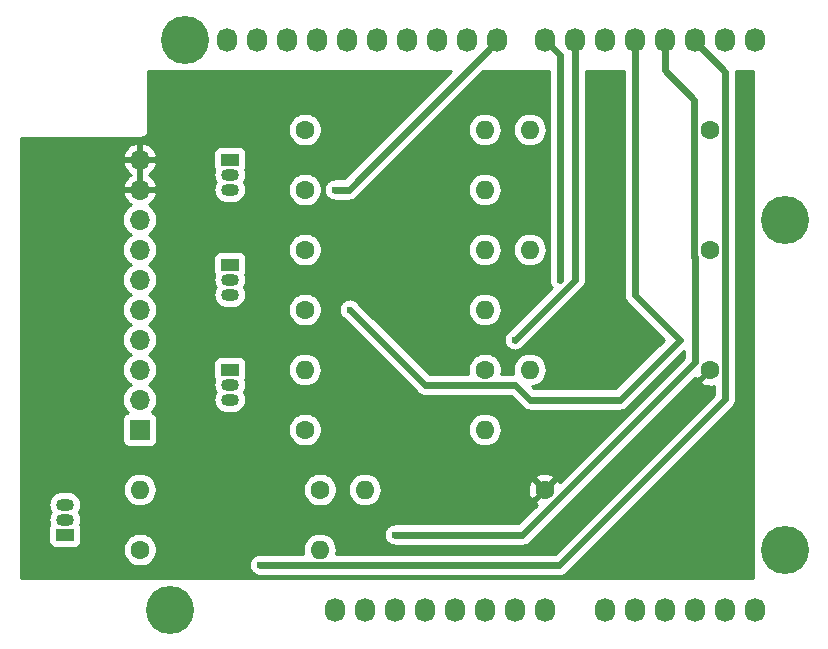
<source format=gbr>
G04 #@! TF.GenerationSoftware,KiCad,Pcbnew,(5.1.2)-1*
G04 #@! TF.CreationDate,2019-05-26T20:18:29+06:00*
G04 #@! TF.ProjectId,HeadcrabShield,48656164-6372-4616-9253-6869656c642e,rev?*
G04 #@! TF.SameCoordinates,Original*
G04 #@! TF.FileFunction,Copper,L2,Bot*
G04 #@! TF.FilePolarity,Positive*
%FSLAX46Y46*%
G04 Gerber Fmt 4.6, Leading zero omitted, Abs format (unit mm)*
G04 Created by KiCad (PCBNEW (5.1.2)-1) date 2019-05-26 20:18:29*
%MOMM*%
%LPD*%
G04 APERTURE LIST*
%ADD10O,1.700000X1.700000*%
%ADD11R,1.700000X1.700000*%
%ADD12O,1.600000X1.600000*%
%ADD13C,1.600000*%
%ADD14R,1.500000X1.050000*%
%ADD15O,1.500000X1.050000*%
%ADD16O,1.727200X2.032000*%
%ADD17C,4.064000*%
%ADD18C,0.600000*%
%ADD19C,0.600000*%
%ADD20C,0.254000*%
G04 APERTURE END LIST*
D10*
X122428000Y-85725000D03*
X122428000Y-88265000D03*
X122428000Y-90805000D03*
X122428000Y-93345000D03*
X122428000Y-95885000D03*
X122428000Y-98425000D03*
X122428000Y-100965000D03*
X122428000Y-103505000D03*
X122428000Y-106045000D03*
D11*
X122428000Y-108585000D03*
D12*
X155448000Y-83185000D03*
D13*
X170688000Y-83185000D03*
D12*
X155448000Y-93345000D03*
D13*
X170688000Y-93345000D03*
D12*
X151638000Y-83185000D03*
D13*
X136398000Y-83185000D03*
D12*
X151638000Y-93345000D03*
D13*
X136398000Y-93345000D03*
D12*
X151638000Y-88265000D03*
D13*
X136398000Y-88265000D03*
D12*
X151638000Y-98425000D03*
D13*
X136398000Y-98425000D03*
D12*
X155448000Y-103505000D03*
D13*
X170688000Y-103505000D03*
D12*
X151638000Y-108585000D03*
D13*
X136398000Y-108585000D03*
D12*
X136398000Y-103505000D03*
D13*
X151638000Y-103505000D03*
D12*
X141478000Y-113665000D03*
D13*
X156718000Y-113665000D03*
D12*
X122428000Y-113665000D03*
D13*
X137668000Y-113665000D03*
D12*
X137668000Y-118745000D03*
D13*
X122428000Y-118745000D03*
D14*
X130048000Y-85725000D03*
D15*
X130048000Y-88265000D03*
X130048000Y-86995000D03*
D14*
X130048000Y-94615000D03*
D15*
X130048000Y-97155000D03*
X130048000Y-95885000D03*
D14*
X130048000Y-103505000D03*
D15*
X130048000Y-106045000D03*
X130048000Y-104775000D03*
D14*
X116078000Y-117475000D03*
D15*
X116078000Y-114935000D03*
X116078000Y-116205000D03*
D16*
X138938000Y-123825000D03*
X141478000Y-123825000D03*
X144018000Y-123825000D03*
X146558000Y-123825000D03*
X149098000Y-123825000D03*
X151638000Y-123825000D03*
X154178000Y-123825000D03*
X156718000Y-123825000D03*
X161798000Y-123825000D03*
X164338000Y-123825000D03*
X166878000Y-123825000D03*
X169418000Y-123825000D03*
X171958000Y-123825000D03*
X174498000Y-123825000D03*
X129794000Y-75565000D03*
X132334000Y-75565000D03*
X134874000Y-75565000D03*
X137414000Y-75565000D03*
X139954000Y-75565000D03*
X142494000Y-75565000D03*
X145034000Y-75565000D03*
X147574000Y-75565000D03*
X150114000Y-75565000D03*
X152654000Y-75565000D03*
X156718000Y-75565000D03*
X159258000Y-75565000D03*
X161798000Y-75565000D03*
X164338000Y-75565000D03*
X166878000Y-75565000D03*
X169418000Y-75565000D03*
X171958000Y-75565000D03*
X174498000Y-75565000D03*
D17*
X124968000Y-123825000D03*
X177038000Y-118745000D03*
X126238000Y-75565000D03*
X177038000Y-90805000D03*
D18*
X138938000Y-88265000D03*
X157988000Y-95885000D03*
X140208000Y-98425000D03*
X132618001Y-120045001D03*
X154178000Y-100965000D03*
X144018000Y-117475000D03*
D19*
X152654000Y-75717400D02*
X152654000Y-75565000D01*
X140106400Y-88265000D02*
X152654000Y-75717400D01*
X138938000Y-88265000D02*
X140106400Y-88265000D01*
X157988000Y-76835000D02*
X156718000Y-75565000D01*
X157988000Y-95885000D02*
X157988000Y-76835000D01*
X164338000Y-97155000D02*
X164338000Y-75565000D01*
X140208000Y-98425000D02*
X146588001Y-104805001D01*
X146588001Y-104805001D02*
X154208001Y-104805001D01*
X154208001Y-104805001D02*
X155448000Y-106045000D01*
X155448000Y-106045000D02*
X163068000Y-106045000D01*
X163068000Y-106045000D02*
X168148000Y-100965000D01*
X168148000Y-100965000D02*
X164338000Y-97155000D01*
X132618001Y-120045001D02*
X132618001Y-120045001D01*
X169418000Y-75717400D02*
X169418000Y-75565000D01*
X171988001Y-78287401D02*
X169418000Y-75717400D01*
X171988001Y-106014999D02*
X171988001Y-78287401D01*
X157957999Y-120045001D02*
X171988001Y-106014999D01*
X132618001Y-120045001D02*
X157957999Y-120045001D01*
X154178000Y-100965000D02*
X159258000Y-95885000D01*
X159258000Y-95885000D02*
X159258000Y-75565000D01*
X154832002Y-117475000D02*
X169418000Y-102889002D01*
X144018000Y-117475000D02*
X154832002Y-117475000D01*
X169387999Y-93969001D02*
X169387999Y-80675001D01*
X169418000Y-102889002D02*
X169418000Y-93999002D01*
X169418000Y-93999002D02*
X169387999Y-93969001D01*
X166878000Y-78165002D02*
X166878000Y-75565000D01*
X169387999Y-80675001D02*
X166878000Y-78165002D01*
D20*
G36*
X139719111Y-87330000D02*
G01*
X138845911Y-87330000D01*
X138800641Y-87339005D01*
X138754708Y-87343529D01*
X138710538Y-87356928D01*
X138665271Y-87365932D01*
X138622631Y-87383594D01*
X138578460Y-87396993D01*
X138537752Y-87418752D01*
X138495111Y-87436414D01*
X138456736Y-87462055D01*
X138416028Y-87483814D01*
X138380347Y-87513097D01*
X138341972Y-87538738D01*
X138309335Y-87571375D01*
X138273656Y-87600656D01*
X138244376Y-87636334D01*
X138211738Y-87668972D01*
X138186097Y-87707347D01*
X138156814Y-87743028D01*
X138135055Y-87783736D01*
X138109414Y-87822111D01*
X138091752Y-87864752D01*
X138069993Y-87905460D01*
X138056594Y-87949631D01*
X138038932Y-87992271D01*
X138029928Y-88037538D01*
X138016529Y-88081708D01*
X138012005Y-88127641D01*
X138003000Y-88172911D01*
X138003000Y-88219068D01*
X137998476Y-88265000D01*
X138003000Y-88310932D01*
X138003000Y-88357089D01*
X138012005Y-88402359D01*
X138016529Y-88448292D01*
X138029928Y-88492462D01*
X138038932Y-88537729D01*
X138056594Y-88580369D01*
X138069993Y-88624540D01*
X138091752Y-88665248D01*
X138109414Y-88707889D01*
X138135055Y-88746264D01*
X138156814Y-88786972D01*
X138186097Y-88822653D01*
X138211738Y-88861028D01*
X138244375Y-88893665D01*
X138273656Y-88929344D01*
X138309335Y-88958625D01*
X138341972Y-88991262D01*
X138380347Y-89016903D01*
X138416028Y-89046186D01*
X138456736Y-89067945D01*
X138495111Y-89093586D01*
X138537752Y-89111248D01*
X138578460Y-89133007D01*
X138622631Y-89146406D01*
X138665271Y-89164068D01*
X138710538Y-89173072D01*
X138754708Y-89186471D01*
X138800641Y-89190995D01*
X138845911Y-89200000D01*
X140060468Y-89200000D01*
X140106400Y-89204524D01*
X140152332Y-89200000D01*
X140289692Y-89186471D01*
X140465940Y-89133007D01*
X140628372Y-89046186D01*
X140770744Y-88929344D01*
X140800030Y-88893659D01*
X141428689Y-88265000D01*
X150196057Y-88265000D01*
X150223764Y-88546309D01*
X150305818Y-88816808D01*
X150439068Y-89066101D01*
X150618392Y-89284608D01*
X150836899Y-89463932D01*
X151086192Y-89597182D01*
X151356691Y-89679236D01*
X151567508Y-89700000D01*
X151708492Y-89700000D01*
X151919309Y-89679236D01*
X152189808Y-89597182D01*
X152439101Y-89463932D01*
X152657608Y-89284608D01*
X152836932Y-89066101D01*
X152970182Y-88816808D01*
X153052236Y-88546309D01*
X153079943Y-88265000D01*
X153052236Y-87983691D01*
X152970182Y-87713192D01*
X152836932Y-87463899D01*
X152657608Y-87245392D01*
X152439101Y-87066068D01*
X152189808Y-86932818D01*
X151919309Y-86850764D01*
X151708492Y-86830000D01*
X151567508Y-86830000D01*
X151356691Y-86850764D01*
X151086192Y-86932818D01*
X150836899Y-87066068D01*
X150618392Y-87245392D01*
X150439068Y-87463899D01*
X150305818Y-87713192D01*
X150223764Y-87983691D01*
X150196057Y-88265000D01*
X141428689Y-88265000D01*
X146508689Y-83185000D01*
X150196057Y-83185000D01*
X150223764Y-83466309D01*
X150305818Y-83736808D01*
X150439068Y-83986101D01*
X150618392Y-84204608D01*
X150836899Y-84383932D01*
X151086192Y-84517182D01*
X151356691Y-84599236D01*
X151567508Y-84620000D01*
X151708492Y-84620000D01*
X151919309Y-84599236D01*
X152189808Y-84517182D01*
X152439101Y-84383932D01*
X152657608Y-84204608D01*
X152836932Y-83986101D01*
X152970182Y-83736808D01*
X153052236Y-83466309D01*
X153079943Y-83185000D01*
X154006057Y-83185000D01*
X154033764Y-83466309D01*
X154115818Y-83736808D01*
X154249068Y-83986101D01*
X154428392Y-84204608D01*
X154646899Y-84383932D01*
X154896192Y-84517182D01*
X155166691Y-84599236D01*
X155377508Y-84620000D01*
X155518492Y-84620000D01*
X155729309Y-84599236D01*
X155999808Y-84517182D01*
X156249101Y-84383932D01*
X156467608Y-84204608D01*
X156646932Y-83986101D01*
X156780182Y-83736808D01*
X156862236Y-83466309D01*
X156889943Y-83185000D01*
X156862236Y-82903691D01*
X156780182Y-82633192D01*
X156646932Y-82383899D01*
X156467608Y-82165392D01*
X156249101Y-81986068D01*
X155999808Y-81852818D01*
X155729309Y-81770764D01*
X155518492Y-81750000D01*
X155377508Y-81750000D01*
X155166691Y-81770764D01*
X154896192Y-81852818D01*
X154646899Y-81986068D01*
X154428392Y-82165392D01*
X154249068Y-82383899D01*
X154115818Y-82633192D01*
X154033764Y-82903691D01*
X154006057Y-83185000D01*
X153079943Y-83185000D01*
X153052236Y-82903691D01*
X152970182Y-82633192D01*
X152836932Y-82383899D01*
X152657608Y-82165392D01*
X152439101Y-81986068D01*
X152189808Y-81852818D01*
X151919309Y-81770764D01*
X151708492Y-81750000D01*
X151567508Y-81750000D01*
X151356691Y-81770764D01*
X151086192Y-81852818D01*
X150836899Y-81986068D01*
X150618392Y-82165392D01*
X150439068Y-82383899D01*
X150305818Y-82633192D01*
X150223764Y-82903691D01*
X150196057Y-83185000D01*
X146508689Y-83185000D01*
X151461690Y-78232000D01*
X157053001Y-78232000D01*
X157053000Y-95792911D01*
X157053000Y-95977089D01*
X157062005Y-96022360D01*
X157066529Y-96068291D01*
X157079927Y-96112459D01*
X157088932Y-96157729D01*
X157106595Y-96200372D01*
X157119993Y-96244539D01*
X157141750Y-96285243D01*
X157159414Y-96327889D01*
X157185058Y-96366268D01*
X157206814Y-96406971D01*
X157236094Y-96442649D01*
X157261738Y-96481028D01*
X157294376Y-96513666D01*
X157300087Y-96520624D01*
X153581975Y-100238736D01*
X153581972Y-100238738D01*
X153451738Y-100368972D01*
X153426089Y-100407358D01*
X153396815Y-100443029D01*
X153375062Y-100483726D01*
X153349414Y-100522111D01*
X153331748Y-100564762D01*
X153309994Y-100605460D01*
X153296597Y-100649623D01*
X153278932Y-100692271D01*
X153269927Y-100737543D01*
X153256529Y-100781709D01*
X153252005Y-100827640D01*
X153243000Y-100872911D01*
X153243000Y-100919068D01*
X153238476Y-100965000D01*
X153243000Y-101010932D01*
X153243000Y-101057089D01*
X153252005Y-101102360D01*
X153256529Y-101148291D01*
X153269927Y-101192457D01*
X153278932Y-101237729D01*
X153296597Y-101280377D01*
X153309994Y-101324540D01*
X153331748Y-101365238D01*
X153349414Y-101407889D01*
X153375062Y-101446274D01*
X153396815Y-101486971D01*
X153426089Y-101522641D01*
X153451738Y-101561028D01*
X153484385Y-101593675D01*
X153513657Y-101629343D01*
X153549325Y-101658615D01*
X153581972Y-101691262D01*
X153620359Y-101716911D01*
X153656029Y-101746185D01*
X153696726Y-101767938D01*
X153735111Y-101793586D01*
X153777762Y-101811252D01*
X153818460Y-101833006D01*
X153862623Y-101846403D01*
X153905271Y-101864068D01*
X153950543Y-101873073D01*
X153994709Y-101886471D01*
X154040640Y-101890995D01*
X154085911Y-101900000D01*
X154132068Y-101900000D01*
X154178000Y-101904524D01*
X154223932Y-101900000D01*
X154270089Y-101900000D01*
X154315360Y-101890995D01*
X154361291Y-101886471D01*
X154405457Y-101873073D01*
X154450729Y-101864068D01*
X154493377Y-101846403D01*
X154537540Y-101833006D01*
X154578238Y-101811252D01*
X154620889Y-101793586D01*
X154659274Y-101767938D01*
X154699971Y-101746185D01*
X154735642Y-101716911D01*
X154774028Y-101691262D01*
X154904262Y-101561028D01*
X154904264Y-101561025D01*
X159886660Y-96578629D01*
X159922344Y-96549344D01*
X160039186Y-96406972D01*
X160126007Y-96244540D01*
X160179471Y-96068292D01*
X160193000Y-95930932D01*
X160193000Y-95930931D01*
X160197524Y-95885000D01*
X160193000Y-95839068D01*
X160193000Y-78232000D01*
X163403001Y-78232000D01*
X163403000Y-97109068D01*
X163398476Y-97155000D01*
X163403000Y-97200931D01*
X163416529Y-97338291D01*
X163469993Y-97514539D01*
X163556814Y-97676971D01*
X163673656Y-97819344D01*
X163709341Y-97848630D01*
X166825711Y-100965000D01*
X162680711Y-105110000D01*
X155835290Y-105110000D01*
X155652127Y-104926838D01*
X155729309Y-104919236D01*
X155999808Y-104837182D01*
X156249101Y-104703932D01*
X156467608Y-104524608D01*
X156646932Y-104306101D01*
X156780182Y-104056808D01*
X156862236Y-103786309D01*
X156889943Y-103505000D01*
X156862236Y-103223691D01*
X156780182Y-102953192D01*
X156646932Y-102703899D01*
X156467608Y-102485392D01*
X156249101Y-102306068D01*
X155999808Y-102172818D01*
X155729309Y-102090764D01*
X155518492Y-102070000D01*
X155377508Y-102070000D01*
X155166691Y-102090764D01*
X154896192Y-102172818D01*
X154646899Y-102306068D01*
X154428392Y-102485392D01*
X154249068Y-102703899D01*
X154115818Y-102953192D01*
X154033764Y-103223691D01*
X154006057Y-103505000D01*
X154033764Y-103786309D01*
X154059151Y-103870001D01*
X153028509Y-103870001D01*
X153073000Y-103646335D01*
X153073000Y-103363665D01*
X153017853Y-103086426D01*
X152909680Y-102825273D01*
X152752637Y-102590241D01*
X152552759Y-102390363D01*
X152317727Y-102233320D01*
X152056574Y-102125147D01*
X151779335Y-102070000D01*
X151496665Y-102070000D01*
X151219426Y-102125147D01*
X150958273Y-102233320D01*
X150723241Y-102390363D01*
X150523363Y-102590241D01*
X150366320Y-102825273D01*
X150258147Y-103086426D01*
X150203000Y-103363665D01*
X150203000Y-103646335D01*
X150247491Y-103870001D01*
X146975290Y-103870001D01*
X141530289Y-98425000D01*
X150196057Y-98425000D01*
X150223764Y-98706309D01*
X150305818Y-98976808D01*
X150439068Y-99226101D01*
X150618392Y-99444608D01*
X150836899Y-99623932D01*
X151086192Y-99757182D01*
X151356691Y-99839236D01*
X151567508Y-99860000D01*
X151708492Y-99860000D01*
X151919309Y-99839236D01*
X152189808Y-99757182D01*
X152439101Y-99623932D01*
X152657608Y-99444608D01*
X152836932Y-99226101D01*
X152970182Y-98976808D01*
X153052236Y-98706309D01*
X153079943Y-98425000D01*
X153052236Y-98143691D01*
X152970182Y-97873192D01*
X152836932Y-97623899D01*
X152657608Y-97405392D01*
X152439101Y-97226068D01*
X152189808Y-97092818D01*
X151919309Y-97010764D01*
X151708492Y-96990000D01*
X151567508Y-96990000D01*
X151356691Y-97010764D01*
X151086192Y-97092818D01*
X150836899Y-97226068D01*
X150618392Y-97405392D01*
X150439068Y-97623899D01*
X150305818Y-97873192D01*
X150223764Y-98143691D01*
X150196057Y-98425000D01*
X141530289Y-98425000D01*
X140934264Y-97828975D01*
X140934262Y-97828972D01*
X140804028Y-97698738D01*
X140765642Y-97673089D01*
X140729971Y-97643815D01*
X140689274Y-97622062D01*
X140650889Y-97596414D01*
X140608238Y-97578748D01*
X140567540Y-97556994D01*
X140523377Y-97543597D01*
X140480729Y-97525932D01*
X140435457Y-97516927D01*
X140391291Y-97503529D01*
X140345360Y-97499005D01*
X140300089Y-97490000D01*
X140253932Y-97490000D01*
X140208000Y-97485476D01*
X140162068Y-97490000D01*
X140115911Y-97490000D01*
X140070640Y-97499005D01*
X140024709Y-97503529D01*
X139980543Y-97516927D01*
X139935271Y-97525932D01*
X139892623Y-97543597D01*
X139848460Y-97556994D01*
X139807762Y-97578748D01*
X139765111Y-97596414D01*
X139726726Y-97622062D01*
X139686029Y-97643815D01*
X139650359Y-97673089D01*
X139611972Y-97698738D01*
X139579325Y-97731385D01*
X139543657Y-97760657D01*
X139514385Y-97796325D01*
X139481738Y-97828972D01*
X139456089Y-97867359D01*
X139426815Y-97903029D01*
X139405062Y-97943726D01*
X139379414Y-97982111D01*
X139361748Y-98024762D01*
X139339994Y-98065460D01*
X139326597Y-98109623D01*
X139308932Y-98152271D01*
X139299927Y-98197543D01*
X139286529Y-98241709D01*
X139282005Y-98287640D01*
X139273000Y-98332911D01*
X139273000Y-98379068D01*
X139268476Y-98425000D01*
X139273000Y-98470932D01*
X139273000Y-98517089D01*
X139282005Y-98562360D01*
X139286529Y-98608291D01*
X139299927Y-98652457D01*
X139308932Y-98697729D01*
X139326597Y-98740377D01*
X139339994Y-98784540D01*
X139361748Y-98825238D01*
X139379414Y-98867889D01*
X139405062Y-98906274D01*
X139426815Y-98946971D01*
X139456089Y-98982642D01*
X139481738Y-99021028D01*
X139611972Y-99151262D01*
X139611975Y-99151264D01*
X145894371Y-105433660D01*
X145923657Y-105469345D01*
X146066029Y-105586187D01*
X146228461Y-105673008D01*
X146404709Y-105726472D01*
X146588001Y-105744525D01*
X146633933Y-105740001D01*
X153820712Y-105740001D01*
X154754374Y-106673664D01*
X154783656Y-106709344D01*
X154926028Y-106826186D01*
X155088460Y-106913007D01*
X155165808Y-106936470D01*
X155264707Y-106966471D01*
X155447999Y-106984524D01*
X155493931Y-106980000D01*
X163022068Y-106980000D01*
X163068000Y-106984524D01*
X163113932Y-106980000D01*
X163251292Y-106966471D01*
X163427540Y-106913007D01*
X163589972Y-106826186D01*
X163732344Y-106709344D01*
X163761630Y-106673659D01*
X168483000Y-101952289D01*
X168483000Y-102501712D01*
X157991787Y-112992926D01*
X157954671Y-112923486D01*
X157710702Y-112851903D01*
X156897605Y-113665000D01*
X156911748Y-113679143D01*
X156732143Y-113858748D01*
X156718000Y-113844605D01*
X155904903Y-114657702D01*
X155976486Y-114901671D01*
X156048817Y-114935896D01*
X154444713Y-116540000D01*
X143925911Y-116540000D01*
X143880641Y-116549005D01*
X143834708Y-116553529D01*
X143790538Y-116566928D01*
X143745271Y-116575932D01*
X143702631Y-116593594D01*
X143658460Y-116606993D01*
X143617752Y-116628752D01*
X143575111Y-116646414D01*
X143536736Y-116672055D01*
X143496028Y-116693814D01*
X143460347Y-116723097D01*
X143421972Y-116748738D01*
X143389335Y-116781375D01*
X143353656Y-116810656D01*
X143324376Y-116846334D01*
X143291738Y-116878972D01*
X143266097Y-116917347D01*
X143236814Y-116953028D01*
X143215055Y-116993736D01*
X143189414Y-117032111D01*
X143171752Y-117074752D01*
X143149993Y-117115460D01*
X143136594Y-117159631D01*
X143118932Y-117202271D01*
X143109928Y-117247538D01*
X143096529Y-117291708D01*
X143092005Y-117337641D01*
X143083000Y-117382911D01*
X143083000Y-117429068D01*
X143078476Y-117475000D01*
X143083000Y-117520932D01*
X143083000Y-117567089D01*
X143092005Y-117612359D01*
X143096529Y-117658292D01*
X143109928Y-117702462D01*
X143118932Y-117747729D01*
X143136594Y-117790369D01*
X143149993Y-117834540D01*
X143171752Y-117875248D01*
X143189414Y-117917889D01*
X143215055Y-117956264D01*
X143236814Y-117996972D01*
X143266097Y-118032653D01*
X143291738Y-118071028D01*
X143324375Y-118103665D01*
X143353656Y-118139344D01*
X143389335Y-118168625D01*
X143421972Y-118201262D01*
X143460347Y-118226903D01*
X143496028Y-118256186D01*
X143536736Y-118277945D01*
X143575111Y-118303586D01*
X143617752Y-118321248D01*
X143658460Y-118343007D01*
X143702631Y-118356406D01*
X143745271Y-118374068D01*
X143790538Y-118383072D01*
X143834708Y-118396471D01*
X143880641Y-118400995D01*
X143925911Y-118410000D01*
X154786070Y-118410000D01*
X154832002Y-118414524D01*
X154877934Y-118410000D01*
X155015294Y-118396471D01*
X155191542Y-118343007D01*
X155353974Y-118256186D01*
X155496346Y-118139344D01*
X155525632Y-118103659D01*
X169427451Y-104201841D01*
X169451329Y-104246514D01*
X169695298Y-104318097D01*
X170508395Y-103505000D01*
X170494253Y-103490858D01*
X170673858Y-103311253D01*
X170688000Y-103325395D01*
X170702143Y-103311253D01*
X170881748Y-103490858D01*
X170867605Y-103505000D01*
X170881748Y-103519143D01*
X170702143Y-103698748D01*
X170688000Y-103684605D01*
X169874903Y-104497702D01*
X169946486Y-104741671D01*
X170201996Y-104862571D01*
X170476184Y-104931300D01*
X170758512Y-104945217D01*
X171038130Y-104903787D01*
X171053001Y-104898469D01*
X171053001Y-105627709D01*
X157570710Y-119110001D01*
X139056849Y-119110001D01*
X139082236Y-119026309D01*
X139109943Y-118745000D01*
X139082236Y-118463691D01*
X139000182Y-118193192D01*
X138866932Y-117943899D01*
X138687608Y-117725392D01*
X138469101Y-117546068D01*
X138219808Y-117412818D01*
X137949309Y-117330764D01*
X137738492Y-117310000D01*
X137597508Y-117310000D01*
X137386691Y-117330764D01*
X137116192Y-117412818D01*
X136866899Y-117546068D01*
X136648392Y-117725392D01*
X136469068Y-117943899D01*
X136335818Y-118193192D01*
X136253764Y-118463691D01*
X136226057Y-118745000D01*
X136253764Y-119026309D01*
X136279151Y-119110001D01*
X132525912Y-119110001D01*
X132480642Y-119119006D01*
X132434709Y-119123530D01*
X132390539Y-119136929D01*
X132345272Y-119145933D01*
X132302632Y-119163595D01*
X132258461Y-119176994D01*
X132217753Y-119198753D01*
X132175112Y-119216415D01*
X132136737Y-119242056D01*
X132096029Y-119263815D01*
X132060348Y-119293098D01*
X132021973Y-119318739D01*
X131989336Y-119351376D01*
X131953657Y-119380657D01*
X131924377Y-119416335D01*
X131891739Y-119448973D01*
X131866098Y-119487348D01*
X131836815Y-119523029D01*
X131815056Y-119563737D01*
X131789415Y-119602112D01*
X131771753Y-119644753D01*
X131749994Y-119685461D01*
X131736595Y-119729632D01*
X131718933Y-119772272D01*
X131709929Y-119817539D01*
X131696530Y-119861709D01*
X131692006Y-119907642D01*
X131683001Y-119952912D01*
X131683001Y-119999069D01*
X131678477Y-120045001D01*
X131683001Y-120090933D01*
X131683001Y-120137090D01*
X131692006Y-120182360D01*
X131696530Y-120228293D01*
X131709929Y-120272463D01*
X131718933Y-120317730D01*
X131736595Y-120360370D01*
X131749994Y-120404541D01*
X131771753Y-120445249D01*
X131789415Y-120487890D01*
X131815056Y-120526265D01*
X131836815Y-120566973D01*
X131866098Y-120602654D01*
X131891739Y-120641029D01*
X131924376Y-120673666D01*
X131953657Y-120709345D01*
X131989336Y-120738626D01*
X132021973Y-120771263D01*
X132060348Y-120796904D01*
X132096029Y-120826187D01*
X132136737Y-120847946D01*
X132175112Y-120873587D01*
X132217753Y-120891249D01*
X132258461Y-120913008D01*
X132302632Y-120926407D01*
X132345272Y-120944069D01*
X132390539Y-120953073D01*
X132434709Y-120966472D01*
X132480642Y-120970996D01*
X132525912Y-120980001D01*
X157912067Y-120980001D01*
X157957999Y-120984525D01*
X158003931Y-120980001D01*
X158141291Y-120966472D01*
X158317539Y-120913008D01*
X158479971Y-120826187D01*
X158622343Y-120709345D01*
X158651629Y-120673660D01*
X172616667Y-106708623D01*
X172652345Y-106679343D01*
X172769187Y-106536971D01*
X172856008Y-106374539D01*
X172909472Y-106198291D01*
X172923001Y-106060931D01*
X172923001Y-106060930D01*
X172927525Y-106015000D01*
X172923001Y-105969068D01*
X172923001Y-78333332D01*
X172927525Y-78287400D01*
X172922068Y-78232000D01*
X174371000Y-78232000D01*
X174371000Y-121158000D01*
X112395000Y-121158000D01*
X112395000Y-114935000D01*
X114687388Y-114935000D01*
X114709785Y-115162400D01*
X114776115Y-115381060D01*
X114877105Y-115570000D01*
X114776115Y-115758940D01*
X114709785Y-115977600D01*
X114687388Y-116205000D01*
X114709785Y-116432400D01*
X114773093Y-116641098D01*
X114738498Y-116705820D01*
X114702188Y-116825518D01*
X114689928Y-116950000D01*
X114689928Y-118000000D01*
X114702188Y-118124482D01*
X114738498Y-118244180D01*
X114797463Y-118354494D01*
X114876815Y-118451185D01*
X114973506Y-118530537D01*
X115083820Y-118589502D01*
X115203518Y-118625812D01*
X115328000Y-118638072D01*
X116828000Y-118638072D01*
X116952482Y-118625812D01*
X117025490Y-118603665D01*
X120993000Y-118603665D01*
X120993000Y-118886335D01*
X121048147Y-119163574D01*
X121156320Y-119424727D01*
X121313363Y-119659759D01*
X121513241Y-119859637D01*
X121748273Y-120016680D01*
X122009426Y-120124853D01*
X122286665Y-120180000D01*
X122569335Y-120180000D01*
X122846574Y-120124853D01*
X123107727Y-120016680D01*
X123342759Y-119859637D01*
X123542637Y-119659759D01*
X123699680Y-119424727D01*
X123807853Y-119163574D01*
X123863000Y-118886335D01*
X123863000Y-118603665D01*
X123807853Y-118326426D01*
X123699680Y-118065273D01*
X123542637Y-117830241D01*
X123342759Y-117630363D01*
X123107727Y-117473320D01*
X122846574Y-117365147D01*
X122569335Y-117310000D01*
X122286665Y-117310000D01*
X122009426Y-117365147D01*
X121748273Y-117473320D01*
X121513241Y-117630363D01*
X121313363Y-117830241D01*
X121156320Y-118065273D01*
X121048147Y-118326426D01*
X120993000Y-118603665D01*
X117025490Y-118603665D01*
X117072180Y-118589502D01*
X117182494Y-118530537D01*
X117279185Y-118451185D01*
X117358537Y-118354494D01*
X117417502Y-118244180D01*
X117453812Y-118124482D01*
X117466072Y-118000000D01*
X117466072Y-116950000D01*
X117453812Y-116825518D01*
X117417502Y-116705820D01*
X117382907Y-116641098D01*
X117446215Y-116432400D01*
X117468612Y-116205000D01*
X117446215Y-115977600D01*
X117379885Y-115758940D01*
X117278895Y-115570000D01*
X117379885Y-115381060D01*
X117446215Y-115162400D01*
X117468612Y-114935000D01*
X117446215Y-114707600D01*
X117379885Y-114488940D01*
X117272171Y-114287421D01*
X117127212Y-114110788D01*
X116950579Y-113965829D01*
X116749060Y-113858115D01*
X116530400Y-113791785D01*
X116359979Y-113775000D01*
X115796021Y-113775000D01*
X115625600Y-113791785D01*
X115406940Y-113858115D01*
X115205421Y-113965829D01*
X115028788Y-114110788D01*
X114883829Y-114287421D01*
X114776115Y-114488940D01*
X114709785Y-114707600D01*
X114687388Y-114935000D01*
X112395000Y-114935000D01*
X112395000Y-113665000D01*
X120986057Y-113665000D01*
X121013764Y-113946309D01*
X121095818Y-114216808D01*
X121229068Y-114466101D01*
X121408392Y-114684608D01*
X121626899Y-114863932D01*
X121876192Y-114997182D01*
X122146691Y-115079236D01*
X122357508Y-115100000D01*
X122498492Y-115100000D01*
X122709309Y-115079236D01*
X122979808Y-114997182D01*
X123229101Y-114863932D01*
X123447608Y-114684608D01*
X123626932Y-114466101D01*
X123760182Y-114216808D01*
X123842236Y-113946309D01*
X123869943Y-113665000D01*
X123856023Y-113523665D01*
X136233000Y-113523665D01*
X136233000Y-113806335D01*
X136288147Y-114083574D01*
X136396320Y-114344727D01*
X136553363Y-114579759D01*
X136753241Y-114779637D01*
X136988273Y-114936680D01*
X137249426Y-115044853D01*
X137526665Y-115100000D01*
X137809335Y-115100000D01*
X138086574Y-115044853D01*
X138347727Y-114936680D01*
X138582759Y-114779637D01*
X138782637Y-114579759D01*
X138939680Y-114344727D01*
X139047853Y-114083574D01*
X139103000Y-113806335D01*
X139103000Y-113665000D01*
X140036057Y-113665000D01*
X140063764Y-113946309D01*
X140145818Y-114216808D01*
X140279068Y-114466101D01*
X140458392Y-114684608D01*
X140676899Y-114863932D01*
X140926192Y-114997182D01*
X141196691Y-115079236D01*
X141407508Y-115100000D01*
X141548492Y-115100000D01*
X141759309Y-115079236D01*
X142029808Y-114997182D01*
X142279101Y-114863932D01*
X142497608Y-114684608D01*
X142676932Y-114466101D01*
X142810182Y-114216808D01*
X142892236Y-113946309D01*
X142912998Y-113735512D01*
X155277783Y-113735512D01*
X155319213Y-114015130D01*
X155414397Y-114281292D01*
X155481329Y-114406514D01*
X155725298Y-114478097D01*
X156538395Y-113665000D01*
X155725298Y-112851903D01*
X155481329Y-112923486D01*
X155360429Y-113178996D01*
X155291700Y-113453184D01*
X155277783Y-113735512D01*
X142912998Y-113735512D01*
X142919943Y-113665000D01*
X142892236Y-113383691D01*
X142810182Y-113113192D01*
X142676932Y-112863899D01*
X142519690Y-112672298D01*
X155904903Y-112672298D01*
X156718000Y-113485395D01*
X157531097Y-112672298D01*
X157459514Y-112428329D01*
X157204004Y-112307429D01*
X156929816Y-112238700D01*
X156647488Y-112224783D01*
X156367870Y-112266213D01*
X156101708Y-112361397D01*
X155976486Y-112428329D01*
X155904903Y-112672298D01*
X142519690Y-112672298D01*
X142497608Y-112645392D01*
X142279101Y-112466068D01*
X142029808Y-112332818D01*
X141759309Y-112250764D01*
X141548492Y-112230000D01*
X141407508Y-112230000D01*
X141196691Y-112250764D01*
X140926192Y-112332818D01*
X140676899Y-112466068D01*
X140458392Y-112645392D01*
X140279068Y-112863899D01*
X140145818Y-113113192D01*
X140063764Y-113383691D01*
X140036057Y-113665000D01*
X139103000Y-113665000D01*
X139103000Y-113523665D01*
X139047853Y-113246426D01*
X138939680Y-112985273D01*
X138782637Y-112750241D01*
X138582759Y-112550363D01*
X138347727Y-112393320D01*
X138086574Y-112285147D01*
X137809335Y-112230000D01*
X137526665Y-112230000D01*
X137249426Y-112285147D01*
X136988273Y-112393320D01*
X136753241Y-112550363D01*
X136553363Y-112750241D01*
X136396320Y-112985273D01*
X136288147Y-113246426D01*
X136233000Y-113523665D01*
X123856023Y-113523665D01*
X123842236Y-113383691D01*
X123760182Y-113113192D01*
X123626932Y-112863899D01*
X123447608Y-112645392D01*
X123229101Y-112466068D01*
X122979808Y-112332818D01*
X122709309Y-112250764D01*
X122498492Y-112230000D01*
X122357508Y-112230000D01*
X122146691Y-112250764D01*
X121876192Y-112332818D01*
X121626899Y-112466068D01*
X121408392Y-112645392D01*
X121229068Y-112863899D01*
X121095818Y-113113192D01*
X121013764Y-113383691D01*
X120986057Y-113665000D01*
X112395000Y-113665000D01*
X112395000Y-90805000D01*
X120935815Y-90805000D01*
X120964487Y-91096111D01*
X121049401Y-91376034D01*
X121187294Y-91634014D01*
X121372866Y-91860134D01*
X121598986Y-92045706D01*
X121653791Y-92075000D01*
X121598986Y-92104294D01*
X121372866Y-92289866D01*
X121187294Y-92515986D01*
X121049401Y-92773966D01*
X120964487Y-93053889D01*
X120935815Y-93345000D01*
X120964487Y-93636111D01*
X121049401Y-93916034D01*
X121187294Y-94174014D01*
X121372866Y-94400134D01*
X121598986Y-94585706D01*
X121653791Y-94615000D01*
X121598986Y-94644294D01*
X121372866Y-94829866D01*
X121187294Y-95055986D01*
X121049401Y-95313966D01*
X120964487Y-95593889D01*
X120935815Y-95885000D01*
X120964487Y-96176111D01*
X121049401Y-96456034D01*
X121187294Y-96714014D01*
X121372866Y-96940134D01*
X121598986Y-97125706D01*
X121653791Y-97155000D01*
X121598986Y-97184294D01*
X121372866Y-97369866D01*
X121187294Y-97595986D01*
X121049401Y-97853966D01*
X120964487Y-98133889D01*
X120935815Y-98425000D01*
X120964487Y-98716111D01*
X121049401Y-98996034D01*
X121187294Y-99254014D01*
X121372866Y-99480134D01*
X121598986Y-99665706D01*
X121653791Y-99695000D01*
X121598986Y-99724294D01*
X121372866Y-99909866D01*
X121187294Y-100135986D01*
X121049401Y-100393966D01*
X120964487Y-100673889D01*
X120935815Y-100965000D01*
X120964487Y-101256111D01*
X121049401Y-101536034D01*
X121187294Y-101794014D01*
X121372866Y-102020134D01*
X121598986Y-102205706D01*
X121653791Y-102235000D01*
X121598986Y-102264294D01*
X121372866Y-102449866D01*
X121187294Y-102675986D01*
X121049401Y-102933966D01*
X120964487Y-103213889D01*
X120935815Y-103505000D01*
X120964487Y-103796111D01*
X121049401Y-104076034D01*
X121187294Y-104334014D01*
X121372866Y-104560134D01*
X121598986Y-104745706D01*
X121653791Y-104775000D01*
X121598986Y-104804294D01*
X121372866Y-104989866D01*
X121187294Y-105215986D01*
X121049401Y-105473966D01*
X120964487Y-105753889D01*
X120935815Y-106045000D01*
X120964487Y-106336111D01*
X121049401Y-106616034D01*
X121187294Y-106874014D01*
X121372866Y-107100134D01*
X121402687Y-107124607D01*
X121333820Y-107145498D01*
X121223506Y-107204463D01*
X121126815Y-107283815D01*
X121047463Y-107380506D01*
X120988498Y-107490820D01*
X120952188Y-107610518D01*
X120939928Y-107735000D01*
X120939928Y-109435000D01*
X120952188Y-109559482D01*
X120988498Y-109679180D01*
X121047463Y-109789494D01*
X121126815Y-109886185D01*
X121223506Y-109965537D01*
X121333820Y-110024502D01*
X121453518Y-110060812D01*
X121578000Y-110073072D01*
X123278000Y-110073072D01*
X123402482Y-110060812D01*
X123522180Y-110024502D01*
X123632494Y-109965537D01*
X123729185Y-109886185D01*
X123808537Y-109789494D01*
X123867502Y-109679180D01*
X123903812Y-109559482D01*
X123916072Y-109435000D01*
X123916072Y-108443665D01*
X134963000Y-108443665D01*
X134963000Y-108726335D01*
X135018147Y-109003574D01*
X135126320Y-109264727D01*
X135283363Y-109499759D01*
X135483241Y-109699637D01*
X135718273Y-109856680D01*
X135979426Y-109964853D01*
X136256665Y-110020000D01*
X136539335Y-110020000D01*
X136816574Y-109964853D01*
X137077727Y-109856680D01*
X137312759Y-109699637D01*
X137512637Y-109499759D01*
X137669680Y-109264727D01*
X137777853Y-109003574D01*
X137833000Y-108726335D01*
X137833000Y-108585000D01*
X150196057Y-108585000D01*
X150223764Y-108866309D01*
X150305818Y-109136808D01*
X150439068Y-109386101D01*
X150618392Y-109604608D01*
X150836899Y-109783932D01*
X151086192Y-109917182D01*
X151356691Y-109999236D01*
X151567508Y-110020000D01*
X151708492Y-110020000D01*
X151919309Y-109999236D01*
X152189808Y-109917182D01*
X152439101Y-109783932D01*
X152657608Y-109604608D01*
X152836932Y-109386101D01*
X152970182Y-109136808D01*
X153052236Y-108866309D01*
X153079943Y-108585000D01*
X153052236Y-108303691D01*
X152970182Y-108033192D01*
X152836932Y-107783899D01*
X152657608Y-107565392D01*
X152439101Y-107386068D01*
X152189808Y-107252818D01*
X151919309Y-107170764D01*
X151708492Y-107150000D01*
X151567508Y-107150000D01*
X151356691Y-107170764D01*
X151086192Y-107252818D01*
X150836899Y-107386068D01*
X150618392Y-107565392D01*
X150439068Y-107783899D01*
X150305818Y-108033192D01*
X150223764Y-108303691D01*
X150196057Y-108585000D01*
X137833000Y-108585000D01*
X137833000Y-108443665D01*
X137777853Y-108166426D01*
X137669680Y-107905273D01*
X137512637Y-107670241D01*
X137312759Y-107470363D01*
X137077727Y-107313320D01*
X136816574Y-107205147D01*
X136539335Y-107150000D01*
X136256665Y-107150000D01*
X135979426Y-107205147D01*
X135718273Y-107313320D01*
X135483241Y-107470363D01*
X135283363Y-107670241D01*
X135126320Y-107905273D01*
X135018147Y-108166426D01*
X134963000Y-108443665D01*
X123916072Y-108443665D01*
X123916072Y-107735000D01*
X123903812Y-107610518D01*
X123867502Y-107490820D01*
X123808537Y-107380506D01*
X123729185Y-107283815D01*
X123632494Y-107204463D01*
X123522180Y-107145498D01*
X123453313Y-107124607D01*
X123483134Y-107100134D01*
X123668706Y-106874014D01*
X123806599Y-106616034D01*
X123891513Y-106336111D01*
X123920185Y-106045000D01*
X123891513Y-105753889D01*
X123806599Y-105473966D01*
X123668706Y-105215986D01*
X123483134Y-104989866D01*
X123257014Y-104804294D01*
X123202209Y-104775000D01*
X128657388Y-104775000D01*
X128679785Y-105002400D01*
X128746115Y-105221060D01*
X128847105Y-105410000D01*
X128746115Y-105598940D01*
X128679785Y-105817600D01*
X128657388Y-106045000D01*
X128679785Y-106272400D01*
X128746115Y-106491060D01*
X128853829Y-106692579D01*
X128998788Y-106869212D01*
X129175421Y-107014171D01*
X129376940Y-107121885D01*
X129595600Y-107188215D01*
X129766021Y-107205000D01*
X130329979Y-107205000D01*
X130500400Y-107188215D01*
X130719060Y-107121885D01*
X130920579Y-107014171D01*
X131097212Y-106869212D01*
X131242171Y-106692579D01*
X131349885Y-106491060D01*
X131416215Y-106272400D01*
X131438612Y-106045000D01*
X131416215Y-105817600D01*
X131349885Y-105598940D01*
X131248895Y-105410000D01*
X131349885Y-105221060D01*
X131416215Y-105002400D01*
X131438612Y-104775000D01*
X131416215Y-104547600D01*
X131352907Y-104338902D01*
X131387502Y-104274180D01*
X131423812Y-104154482D01*
X131436072Y-104030000D01*
X131436072Y-103505000D01*
X134956057Y-103505000D01*
X134983764Y-103786309D01*
X135065818Y-104056808D01*
X135199068Y-104306101D01*
X135378392Y-104524608D01*
X135596899Y-104703932D01*
X135846192Y-104837182D01*
X136116691Y-104919236D01*
X136327508Y-104940000D01*
X136468492Y-104940000D01*
X136679309Y-104919236D01*
X136949808Y-104837182D01*
X137199101Y-104703932D01*
X137417608Y-104524608D01*
X137596932Y-104306101D01*
X137730182Y-104056808D01*
X137812236Y-103786309D01*
X137839943Y-103505000D01*
X137812236Y-103223691D01*
X137730182Y-102953192D01*
X137596932Y-102703899D01*
X137417608Y-102485392D01*
X137199101Y-102306068D01*
X136949808Y-102172818D01*
X136679309Y-102090764D01*
X136468492Y-102070000D01*
X136327508Y-102070000D01*
X136116691Y-102090764D01*
X135846192Y-102172818D01*
X135596899Y-102306068D01*
X135378392Y-102485392D01*
X135199068Y-102703899D01*
X135065818Y-102953192D01*
X134983764Y-103223691D01*
X134956057Y-103505000D01*
X131436072Y-103505000D01*
X131436072Y-102980000D01*
X131423812Y-102855518D01*
X131387502Y-102735820D01*
X131328537Y-102625506D01*
X131249185Y-102528815D01*
X131152494Y-102449463D01*
X131042180Y-102390498D01*
X130922482Y-102354188D01*
X130798000Y-102341928D01*
X129298000Y-102341928D01*
X129173518Y-102354188D01*
X129053820Y-102390498D01*
X128943506Y-102449463D01*
X128846815Y-102528815D01*
X128767463Y-102625506D01*
X128708498Y-102735820D01*
X128672188Y-102855518D01*
X128659928Y-102980000D01*
X128659928Y-104030000D01*
X128672188Y-104154482D01*
X128708498Y-104274180D01*
X128743093Y-104338902D01*
X128679785Y-104547600D01*
X128657388Y-104775000D01*
X123202209Y-104775000D01*
X123257014Y-104745706D01*
X123483134Y-104560134D01*
X123668706Y-104334014D01*
X123806599Y-104076034D01*
X123891513Y-103796111D01*
X123920185Y-103505000D01*
X123891513Y-103213889D01*
X123806599Y-102933966D01*
X123668706Y-102675986D01*
X123483134Y-102449866D01*
X123257014Y-102264294D01*
X123202209Y-102235000D01*
X123257014Y-102205706D01*
X123483134Y-102020134D01*
X123668706Y-101794014D01*
X123806599Y-101536034D01*
X123891513Y-101256111D01*
X123920185Y-100965000D01*
X123891513Y-100673889D01*
X123806599Y-100393966D01*
X123668706Y-100135986D01*
X123483134Y-99909866D01*
X123257014Y-99724294D01*
X123202209Y-99695000D01*
X123257014Y-99665706D01*
X123483134Y-99480134D01*
X123668706Y-99254014D01*
X123806599Y-98996034D01*
X123891513Y-98716111D01*
X123920185Y-98425000D01*
X123891513Y-98133889D01*
X123806599Y-97853966D01*
X123668706Y-97595986D01*
X123483134Y-97369866D01*
X123257014Y-97184294D01*
X123202209Y-97155000D01*
X123257014Y-97125706D01*
X123483134Y-96940134D01*
X123668706Y-96714014D01*
X123806599Y-96456034D01*
X123891513Y-96176111D01*
X123920185Y-95885000D01*
X128657388Y-95885000D01*
X128679785Y-96112400D01*
X128746115Y-96331060D01*
X128847105Y-96520000D01*
X128746115Y-96708940D01*
X128679785Y-96927600D01*
X128657388Y-97155000D01*
X128679785Y-97382400D01*
X128746115Y-97601060D01*
X128853829Y-97802579D01*
X128998788Y-97979212D01*
X129175421Y-98124171D01*
X129376940Y-98231885D01*
X129595600Y-98298215D01*
X129766021Y-98315000D01*
X130329979Y-98315000D01*
X130500400Y-98298215D01*
X130548364Y-98283665D01*
X134963000Y-98283665D01*
X134963000Y-98566335D01*
X135018147Y-98843574D01*
X135126320Y-99104727D01*
X135283363Y-99339759D01*
X135483241Y-99539637D01*
X135718273Y-99696680D01*
X135979426Y-99804853D01*
X136256665Y-99860000D01*
X136539335Y-99860000D01*
X136816574Y-99804853D01*
X137077727Y-99696680D01*
X137312759Y-99539637D01*
X137512637Y-99339759D01*
X137669680Y-99104727D01*
X137777853Y-98843574D01*
X137833000Y-98566335D01*
X137833000Y-98283665D01*
X137777853Y-98006426D01*
X137669680Y-97745273D01*
X137512637Y-97510241D01*
X137312759Y-97310363D01*
X137077727Y-97153320D01*
X136816574Y-97045147D01*
X136539335Y-96990000D01*
X136256665Y-96990000D01*
X135979426Y-97045147D01*
X135718273Y-97153320D01*
X135483241Y-97310363D01*
X135283363Y-97510241D01*
X135126320Y-97745273D01*
X135018147Y-98006426D01*
X134963000Y-98283665D01*
X130548364Y-98283665D01*
X130719060Y-98231885D01*
X130920579Y-98124171D01*
X131097212Y-97979212D01*
X131242171Y-97802579D01*
X131349885Y-97601060D01*
X131416215Y-97382400D01*
X131438612Y-97155000D01*
X131416215Y-96927600D01*
X131349885Y-96708940D01*
X131248895Y-96520000D01*
X131349885Y-96331060D01*
X131416215Y-96112400D01*
X131438612Y-95885000D01*
X131416215Y-95657600D01*
X131352907Y-95448902D01*
X131387502Y-95384180D01*
X131423812Y-95264482D01*
X131436072Y-95140000D01*
X131436072Y-94090000D01*
X131423812Y-93965518D01*
X131387502Y-93845820D01*
X131328537Y-93735506D01*
X131249185Y-93638815D01*
X131152494Y-93559463D01*
X131042180Y-93500498D01*
X130922482Y-93464188D01*
X130798000Y-93451928D01*
X129298000Y-93451928D01*
X129173518Y-93464188D01*
X129053820Y-93500498D01*
X128943506Y-93559463D01*
X128846815Y-93638815D01*
X128767463Y-93735506D01*
X128708498Y-93845820D01*
X128672188Y-93965518D01*
X128659928Y-94090000D01*
X128659928Y-95140000D01*
X128672188Y-95264482D01*
X128708498Y-95384180D01*
X128743093Y-95448902D01*
X128679785Y-95657600D01*
X128657388Y-95885000D01*
X123920185Y-95885000D01*
X123891513Y-95593889D01*
X123806599Y-95313966D01*
X123668706Y-95055986D01*
X123483134Y-94829866D01*
X123257014Y-94644294D01*
X123202209Y-94615000D01*
X123257014Y-94585706D01*
X123483134Y-94400134D01*
X123668706Y-94174014D01*
X123806599Y-93916034D01*
X123891513Y-93636111D01*
X123920185Y-93345000D01*
X123906265Y-93203665D01*
X134963000Y-93203665D01*
X134963000Y-93486335D01*
X135018147Y-93763574D01*
X135126320Y-94024727D01*
X135283363Y-94259759D01*
X135483241Y-94459637D01*
X135718273Y-94616680D01*
X135979426Y-94724853D01*
X136256665Y-94780000D01*
X136539335Y-94780000D01*
X136816574Y-94724853D01*
X137077727Y-94616680D01*
X137312759Y-94459637D01*
X137512637Y-94259759D01*
X137669680Y-94024727D01*
X137777853Y-93763574D01*
X137833000Y-93486335D01*
X137833000Y-93345000D01*
X150196057Y-93345000D01*
X150223764Y-93626309D01*
X150305818Y-93896808D01*
X150439068Y-94146101D01*
X150618392Y-94364608D01*
X150836899Y-94543932D01*
X151086192Y-94677182D01*
X151356691Y-94759236D01*
X151567508Y-94780000D01*
X151708492Y-94780000D01*
X151919309Y-94759236D01*
X152189808Y-94677182D01*
X152439101Y-94543932D01*
X152657608Y-94364608D01*
X152836932Y-94146101D01*
X152970182Y-93896808D01*
X153052236Y-93626309D01*
X153079943Y-93345000D01*
X154006057Y-93345000D01*
X154033764Y-93626309D01*
X154115818Y-93896808D01*
X154249068Y-94146101D01*
X154428392Y-94364608D01*
X154646899Y-94543932D01*
X154896192Y-94677182D01*
X155166691Y-94759236D01*
X155377508Y-94780000D01*
X155518492Y-94780000D01*
X155729309Y-94759236D01*
X155999808Y-94677182D01*
X156249101Y-94543932D01*
X156467608Y-94364608D01*
X156646932Y-94146101D01*
X156780182Y-93896808D01*
X156862236Y-93626309D01*
X156889943Y-93345000D01*
X156862236Y-93063691D01*
X156780182Y-92793192D01*
X156646932Y-92543899D01*
X156467608Y-92325392D01*
X156249101Y-92146068D01*
X155999808Y-92012818D01*
X155729309Y-91930764D01*
X155518492Y-91910000D01*
X155377508Y-91910000D01*
X155166691Y-91930764D01*
X154896192Y-92012818D01*
X154646899Y-92146068D01*
X154428392Y-92325392D01*
X154249068Y-92543899D01*
X154115818Y-92793192D01*
X154033764Y-93063691D01*
X154006057Y-93345000D01*
X153079943Y-93345000D01*
X153052236Y-93063691D01*
X152970182Y-92793192D01*
X152836932Y-92543899D01*
X152657608Y-92325392D01*
X152439101Y-92146068D01*
X152189808Y-92012818D01*
X151919309Y-91930764D01*
X151708492Y-91910000D01*
X151567508Y-91910000D01*
X151356691Y-91930764D01*
X151086192Y-92012818D01*
X150836899Y-92146068D01*
X150618392Y-92325392D01*
X150439068Y-92543899D01*
X150305818Y-92793192D01*
X150223764Y-93063691D01*
X150196057Y-93345000D01*
X137833000Y-93345000D01*
X137833000Y-93203665D01*
X137777853Y-92926426D01*
X137669680Y-92665273D01*
X137512637Y-92430241D01*
X137312759Y-92230363D01*
X137077727Y-92073320D01*
X136816574Y-91965147D01*
X136539335Y-91910000D01*
X136256665Y-91910000D01*
X135979426Y-91965147D01*
X135718273Y-92073320D01*
X135483241Y-92230363D01*
X135283363Y-92430241D01*
X135126320Y-92665273D01*
X135018147Y-92926426D01*
X134963000Y-93203665D01*
X123906265Y-93203665D01*
X123891513Y-93053889D01*
X123806599Y-92773966D01*
X123668706Y-92515986D01*
X123483134Y-92289866D01*
X123257014Y-92104294D01*
X123202209Y-92075000D01*
X123257014Y-92045706D01*
X123483134Y-91860134D01*
X123668706Y-91634014D01*
X123806599Y-91376034D01*
X123891513Y-91096111D01*
X123920185Y-90805000D01*
X123891513Y-90513889D01*
X123806599Y-90233966D01*
X123668706Y-89975986D01*
X123483134Y-89749866D01*
X123257014Y-89564294D01*
X123192477Y-89529799D01*
X123309355Y-89460178D01*
X123525588Y-89265269D01*
X123699641Y-89031920D01*
X123824825Y-88769099D01*
X123869476Y-88621890D01*
X123748155Y-88392000D01*
X122555000Y-88392000D01*
X122555000Y-88412000D01*
X122301000Y-88412000D01*
X122301000Y-88392000D01*
X121107845Y-88392000D01*
X120986524Y-88621890D01*
X121031175Y-88769099D01*
X121156359Y-89031920D01*
X121330412Y-89265269D01*
X121546645Y-89460178D01*
X121663523Y-89529799D01*
X121598986Y-89564294D01*
X121372866Y-89749866D01*
X121187294Y-89975986D01*
X121049401Y-90233966D01*
X120964487Y-90513889D01*
X120935815Y-90805000D01*
X112395000Y-90805000D01*
X112395000Y-86081890D01*
X120986524Y-86081890D01*
X121031175Y-86229099D01*
X121156359Y-86491920D01*
X121330412Y-86725269D01*
X121546645Y-86920178D01*
X121672255Y-86995000D01*
X121546645Y-87069822D01*
X121330412Y-87264731D01*
X121156359Y-87498080D01*
X121031175Y-87760901D01*
X120986524Y-87908110D01*
X121107845Y-88138000D01*
X122301000Y-88138000D01*
X122301000Y-85852000D01*
X122555000Y-85852000D01*
X122555000Y-88138000D01*
X123748155Y-88138000D01*
X123869476Y-87908110D01*
X123824825Y-87760901D01*
X123699641Y-87498080D01*
X123525588Y-87264731D01*
X123309355Y-87069822D01*
X123183745Y-86995000D01*
X128657388Y-86995000D01*
X128679785Y-87222400D01*
X128746115Y-87441060D01*
X128847105Y-87630000D01*
X128746115Y-87818940D01*
X128679785Y-88037600D01*
X128657388Y-88265000D01*
X128679785Y-88492400D01*
X128746115Y-88711060D01*
X128853829Y-88912579D01*
X128998788Y-89089212D01*
X129175421Y-89234171D01*
X129376940Y-89341885D01*
X129595600Y-89408215D01*
X129766021Y-89425000D01*
X130329979Y-89425000D01*
X130500400Y-89408215D01*
X130719060Y-89341885D01*
X130920579Y-89234171D01*
X131097212Y-89089212D01*
X131242171Y-88912579D01*
X131349885Y-88711060D01*
X131416215Y-88492400D01*
X131438612Y-88265000D01*
X131424692Y-88123665D01*
X134963000Y-88123665D01*
X134963000Y-88406335D01*
X135018147Y-88683574D01*
X135126320Y-88944727D01*
X135283363Y-89179759D01*
X135483241Y-89379637D01*
X135718273Y-89536680D01*
X135979426Y-89644853D01*
X136256665Y-89700000D01*
X136539335Y-89700000D01*
X136816574Y-89644853D01*
X137077727Y-89536680D01*
X137312759Y-89379637D01*
X137512637Y-89179759D01*
X137669680Y-88944727D01*
X137777853Y-88683574D01*
X137833000Y-88406335D01*
X137833000Y-88123665D01*
X137777853Y-87846426D01*
X137669680Y-87585273D01*
X137512637Y-87350241D01*
X137312759Y-87150363D01*
X137077727Y-86993320D01*
X136816574Y-86885147D01*
X136539335Y-86830000D01*
X136256665Y-86830000D01*
X135979426Y-86885147D01*
X135718273Y-86993320D01*
X135483241Y-87150363D01*
X135283363Y-87350241D01*
X135126320Y-87585273D01*
X135018147Y-87846426D01*
X134963000Y-88123665D01*
X131424692Y-88123665D01*
X131416215Y-88037600D01*
X131349885Y-87818940D01*
X131248895Y-87630000D01*
X131349885Y-87441060D01*
X131416215Y-87222400D01*
X131438612Y-86995000D01*
X131416215Y-86767600D01*
X131352907Y-86558902D01*
X131387502Y-86494180D01*
X131423812Y-86374482D01*
X131436072Y-86250000D01*
X131436072Y-85200000D01*
X131423812Y-85075518D01*
X131387502Y-84955820D01*
X131328537Y-84845506D01*
X131249185Y-84748815D01*
X131152494Y-84669463D01*
X131042180Y-84610498D01*
X130922482Y-84574188D01*
X130798000Y-84561928D01*
X129298000Y-84561928D01*
X129173518Y-84574188D01*
X129053820Y-84610498D01*
X128943506Y-84669463D01*
X128846815Y-84748815D01*
X128767463Y-84845506D01*
X128708498Y-84955820D01*
X128672188Y-85075518D01*
X128659928Y-85200000D01*
X128659928Y-86250000D01*
X128672188Y-86374482D01*
X128708498Y-86494180D01*
X128743093Y-86558902D01*
X128679785Y-86767600D01*
X128657388Y-86995000D01*
X123183745Y-86995000D01*
X123309355Y-86920178D01*
X123525588Y-86725269D01*
X123699641Y-86491920D01*
X123824825Y-86229099D01*
X123869476Y-86081890D01*
X123748155Y-85852000D01*
X122555000Y-85852000D01*
X122301000Y-85852000D01*
X121107845Y-85852000D01*
X120986524Y-86081890D01*
X112395000Y-86081890D01*
X112395000Y-85368110D01*
X120986524Y-85368110D01*
X121107845Y-85598000D01*
X122301000Y-85598000D01*
X122301000Y-84404186D01*
X122555000Y-84404186D01*
X122555000Y-85598000D01*
X123748155Y-85598000D01*
X123869476Y-85368110D01*
X123824825Y-85220901D01*
X123699641Y-84958080D01*
X123525588Y-84724731D01*
X123309355Y-84529822D01*
X123059252Y-84380843D01*
X122784891Y-84283519D01*
X122555000Y-84404186D01*
X122301000Y-84404186D01*
X122071109Y-84283519D01*
X121796748Y-84380843D01*
X121546645Y-84529822D01*
X121330412Y-84724731D01*
X121156359Y-84958080D01*
X121031175Y-85220901D01*
X120986524Y-85368110D01*
X112395000Y-85368110D01*
X112395000Y-83895000D01*
X122393123Y-83895000D01*
X122428000Y-83898435D01*
X122462877Y-83895000D01*
X122567184Y-83884727D01*
X122701020Y-83844128D01*
X122824363Y-83778200D01*
X122932475Y-83689475D01*
X123021200Y-83581363D01*
X123087128Y-83458020D01*
X123127727Y-83324184D01*
X123141435Y-83185000D01*
X123138000Y-83150123D01*
X123138000Y-83043665D01*
X134963000Y-83043665D01*
X134963000Y-83326335D01*
X135018147Y-83603574D01*
X135126320Y-83864727D01*
X135283363Y-84099759D01*
X135483241Y-84299637D01*
X135718273Y-84456680D01*
X135979426Y-84564853D01*
X136256665Y-84620000D01*
X136539335Y-84620000D01*
X136816574Y-84564853D01*
X137077727Y-84456680D01*
X137312759Y-84299637D01*
X137512637Y-84099759D01*
X137669680Y-83864727D01*
X137777853Y-83603574D01*
X137833000Y-83326335D01*
X137833000Y-83043665D01*
X137777853Y-82766426D01*
X137669680Y-82505273D01*
X137512637Y-82270241D01*
X137312759Y-82070363D01*
X137077727Y-81913320D01*
X136816574Y-81805147D01*
X136539335Y-81750000D01*
X136256665Y-81750000D01*
X135979426Y-81805147D01*
X135718273Y-81913320D01*
X135483241Y-82070363D01*
X135283363Y-82270241D01*
X135126320Y-82505273D01*
X135018147Y-82766426D01*
X134963000Y-83043665D01*
X123138000Y-83043665D01*
X123138000Y-78232000D01*
X148817110Y-78232000D01*
X139719111Y-87330000D01*
X139719111Y-87330000D01*
G37*
X139719111Y-87330000D02*
X138845911Y-87330000D01*
X138800641Y-87339005D01*
X138754708Y-87343529D01*
X138710538Y-87356928D01*
X138665271Y-87365932D01*
X138622631Y-87383594D01*
X138578460Y-87396993D01*
X138537752Y-87418752D01*
X138495111Y-87436414D01*
X138456736Y-87462055D01*
X138416028Y-87483814D01*
X138380347Y-87513097D01*
X138341972Y-87538738D01*
X138309335Y-87571375D01*
X138273656Y-87600656D01*
X138244376Y-87636334D01*
X138211738Y-87668972D01*
X138186097Y-87707347D01*
X138156814Y-87743028D01*
X138135055Y-87783736D01*
X138109414Y-87822111D01*
X138091752Y-87864752D01*
X138069993Y-87905460D01*
X138056594Y-87949631D01*
X138038932Y-87992271D01*
X138029928Y-88037538D01*
X138016529Y-88081708D01*
X138012005Y-88127641D01*
X138003000Y-88172911D01*
X138003000Y-88219068D01*
X137998476Y-88265000D01*
X138003000Y-88310932D01*
X138003000Y-88357089D01*
X138012005Y-88402359D01*
X138016529Y-88448292D01*
X138029928Y-88492462D01*
X138038932Y-88537729D01*
X138056594Y-88580369D01*
X138069993Y-88624540D01*
X138091752Y-88665248D01*
X138109414Y-88707889D01*
X138135055Y-88746264D01*
X138156814Y-88786972D01*
X138186097Y-88822653D01*
X138211738Y-88861028D01*
X138244375Y-88893665D01*
X138273656Y-88929344D01*
X138309335Y-88958625D01*
X138341972Y-88991262D01*
X138380347Y-89016903D01*
X138416028Y-89046186D01*
X138456736Y-89067945D01*
X138495111Y-89093586D01*
X138537752Y-89111248D01*
X138578460Y-89133007D01*
X138622631Y-89146406D01*
X138665271Y-89164068D01*
X138710538Y-89173072D01*
X138754708Y-89186471D01*
X138800641Y-89190995D01*
X138845911Y-89200000D01*
X140060468Y-89200000D01*
X140106400Y-89204524D01*
X140152332Y-89200000D01*
X140289692Y-89186471D01*
X140465940Y-89133007D01*
X140628372Y-89046186D01*
X140770744Y-88929344D01*
X140800030Y-88893659D01*
X141428689Y-88265000D01*
X150196057Y-88265000D01*
X150223764Y-88546309D01*
X150305818Y-88816808D01*
X150439068Y-89066101D01*
X150618392Y-89284608D01*
X150836899Y-89463932D01*
X151086192Y-89597182D01*
X151356691Y-89679236D01*
X151567508Y-89700000D01*
X151708492Y-89700000D01*
X151919309Y-89679236D01*
X152189808Y-89597182D01*
X152439101Y-89463932D01*
X152657608Y-89284608D01*
X152836932Y-89066101D01*
X152970182Y-88816808D01*
X153052236Y-88546309D01*
X153079943Y-88265000D01*
X153052236Y-87983691D01*
X152970182Y-87713192D01*
X152836932Y-87463899D01*
X152657608Y-87245392D01*
X152439101Y-87066068D01*
X152189808Y-86932818D01*
X151919309Y-86850764D01*
X151708492Y-86830000D01*
X151567508Y-86830000D01*
X151356691Y-86850764D01*
X151086192Y-86932818D01*
X150836899Y-87066068D01*
X150618392Y-87245392D01*
X150439068Y-87463899D01*
X150305818Y-87713192D01*
X150223764Y-87983691D01*
X150196057Y-88265000D01*
X141428689Y-88265000D01*
X146508689Y-83185000D01*
X150196057Y-83185000D01*
X150223764Y-83466309D01*
X150305818Y-83736808D01*
X150439068Y-83986101D01*
X150618392Y-84204608D01*
X150836899Y-84383932D01*
X151086192Y-84517182D01*
X151356691Y-84599236D01*
X151567508Y-84620000D01*
X151708492Y-84620000D01*
X151919309Y-84599236D01*
X152189808Y-84517182D01*
X152439101Y-84383932D01*
X152657608Y-84204608D01*
X152836932Y-83986101D01*
X152970182Y-83736808D01*
X153052236Y-83466309D01*
X153079943Y-83185000D01*
X154006057Y-83185000D01*
X154033764Y-83466309D01*
X154115818Y-83736808D01*
X154249068Y-83986101D01*
X154428392Y-84204608D01*
X154646899Y-84383932D01*
X154896192Y-84517182D01*
X155166691Y-84599236D01*
X155377508Y-84620000D01*
X155518492Y-84620000D01*
X155729309Y-84599236D01*
X155999808Y-84517182D01*
X156249101Y-84383932D01*
X156467608Y-84204608D01*
X156646932Y-83986101D01*
X156780182Y-83736808D01*
X156862236Y-83466309D01*
X156889943Y-83185000D01*
X156862236Y-82903691D01*
X156780182Y-82633192D01*
X156646932Y-82383899D01*
X156467608Y-82165392D01*
X156249101Y-81986068D01*
X155999808Y-81852818D01*
X155729309Y-81770764D01*
X155518492Y-81750000D01*
X155377508Y-81750000D01*
X155166691Y-81770764D01*
X154896192Y-81852818D01*
X154646899Y-81986068D01*
X154428392Y-82165392D01*
X154249068Y-82383899D01*
X154115818Y-82633192D01*
X154033764Y-82903691D01*
X154006057Y-83185000D01*
X153079943Y-83185000D01*
X153052236Y-82903691D01*
X152970182Y-82633192D01*
X152836932Y-82383899D01*
X152657608Y-82165392D01*
X152439101Y-81986068D01*
X152189808Y-81852818D01*
X151919309Y-81770764D01*
X151708492Y-81750000D01*
X151567508Y-81750000D01*
X151356691Y-81770764D01*
X151086192Y-81852818D01*
X150836899Y-81986068D01*
X150618392Y-82165392D01*
X150439068Y-82383899D01*
X150305818Y-82633192D01*
X150223764Y-82903691D01*
X150196057Y-83185000D01*
X146508689Y-83185000D01*
X151461690Y-78232000D01*
X157053001Y-78232000D01*
X157053000Y-95792911D01*
X157053000Y-95977089D01*
X157062005Y-96022360D01*
X157066529Y-96068291D01*
X157079927Y-96112459D01*
X157088932Y-96157729D01*
X157106595Y-96200372D01*
X157119993Y-96244539D01*
X157141750Y-96285243D01*
X157159414Y-96327889D01*
X157185058Y-96366268D01*
X157206814Y-96406971D01*
X157236094Y-96442649D01*
X157261738Y-96481028D01*
X157294376Y-96513666D01*
X157300087Y-96520624D01*
X153581975Y-100238736D01*
X153581972Y-100238738D01*
X153451738Y-100368972D01*
X153426089Y-100407358D01*
X153396815Y-100443029D01*
X153375062Y-100483726D01*
X153349414Y-100522111D01*
X153331748Y-100564762D01*
X153309994Y-100605460D01*
X153296597Y-100649623D01*
X153278932Y-100692271D01*
X153269927Y-100737543D01*
X153256529Y-100781709D01*
X153252005Y-100827640D01*
X153243000Y-100872911D01*
X153243000Y-100919068D01*
X153238476Y-100965000D01*
X153243000Y-101010932D01*
X153243000Y-101057089D01*
X153252005Y-101102360D01*
X153256529Y-101148291D01*
X153269927Y-101192457D01*
X153278932Y-101237729D01*
X153296597Y-101280377D01*
X153309994Y-101324540D01*
X153331748Y-101365238D01*
X153349414Y-101407889D01*
X153375062Y-101446274D01*
X153396815Y-101486971D01*
X153426089Y-101522641D01*
X153451738Y-101561028D01*
X153484385Y-101593675D01*
X153513657Y-101629343D01*
X153549325Y-101658615D01*
X153581972Y-101691262D01*
X153620359Y-101716911D01*
X153656029Y-101746185D01*
X153696726Y-101767938D01*
X153735111Y-101793586D01*
X153777762Y-101811252D01*
X153818460Y-101833006D01*
X153862623Y-101846403D01*
X153905271Y-101864068D01*
X153950543Y-101873073D01*
X153994709Y-101886471D01*
X154040640Y-101890995D01*
X154085911Y-101900000D01*
X154132068Y-101900000D01*
X154178000Y-101904524D01*
X154223932Y-101900000D01*
X154270089Y-101900000D01*
X154315360Y-101890995D01*
X154361291Y-101886471D01*
X154405457Y-101873073D01*
X154450729Y-101864068D01*
X154493377Y-101846403D01*
X154537540Y-101833006D01*
X154578238Y-101811252D01*
X154620889Y-101793586D01*
X154659274Y-101767938D01*
X154699971Y-101746185D01*
X154735642Y-101716911D01*
X154774028Y-101691262D01*
X154904262Y-101561028D01*
X154904264Y-101561025D01*
X159886660Y-96578629D01*
X159922344Y-96549344D01*
X160039186Y-96406972D01*
X160126007Y-96244540D01*
X160179471Y-96068292D01*
X160193000Y-95930932D01*
X160193000Y-95930931D01*
X160197524Y-95885000D01*
X160193000Y-95839068D01*
X160193000Y-78232000D01*
X163403001Y-78232000D01*
X163403000Y-97109068D01*
X163398476Y-97155000D01*
X163403000Y-97200931D01*
X163416529Y-97338291D01*
X163469993Y-97514539D01*
X163556814Y-97676971D01*
X163673656Y-97819344D01*
X163709341Y-97848630D01*
X166825711Y-100965000D01*
X162680711Y-105110000D01*
X155835290Y-105110000D01*
X155652127Y-104926838D01*
X155729309Y-104919236D01*
X155999808Y-104837182D01*
X156249101Y-104703932D01*
X156467608Y-104524608D01*
X156646932Y-104306101D01*
X156780182Y-104056808D01*
X156862236Y-103786309D01*
X156889943Y-103505000D01*
X156862236Y-103223691D01*
X156780182Y-102953192D01*
X156646932Y-102703899D01*
X156467608Y-102485392D01*
X156249101Y-102306068D01*
X155999808Y-102172818D01*
X155729309Y-102090764D01*
X155518492Y-102070000D01*
X155377508Y-102070000D01*
X155166691Y-102090764D01*
X154896192Y-102172818D01*
X154646899Y-102306068D01*
X154428392Y-102485392D01*
X154249068Y-102703899D01*
X154115818Y-102953192D01*
X154033764Y-103223691D01*
X154006057Y-103505000D01*
X154033764Y-103786309D01*
X154059151Y-103870001D01*
X153028509Y-103870001D01*
X153073000Y-103646335D01*
X153073000Y-103363665D01*
X153017853Y-103086426D01*
X152909680Y-102825273D01*
X152752637Y-102590241D01*
X152552759Y-102390363D01*
X152317727Y-102233320D01*
X152056574Y-102125147D01*
X151779335Y-102070000D01*
X151496665Y-102070000D01*
X151219426Y-102125147D01*
X150958273Y-102233320D01*
X150723241Y-102390363D01*
X150523363Y-102590241D01*
X150366320Y-102825273D01*
X150258147Y-103086426D01*
X150203000Y-103363665D01*
X150203000Y-103646335D01*
X150247491Y-103870001D01*
X146975290Y-103870001D01*
X141530289Y-98425000D01*
X150196057Y-98425000D01*
X150223764Y-98706309D01*
X150305818Y-98976808D01*
X150439068Y-99226101D01*
X150618392Y-99444608D01*
X150836899Y-99623932D01*
X151086192Y-99757182D01*
X151356691Y-99839236D01*
X151567508Y-99860000D01*
X151708492Y-99860000D01*
X151919309Y-99839236D01*
X152189808Y-99757182D01*
X152439101Y-99623932D01*
X152657608Y-99444608D01*
X152836932Y-99226101D01*
X152970182Y-98976808D01*
X153052236Y-98706309D01*
X153079943Y-98425000D01*
X153052236Y-98143691D01*
X152970182Y-97873192D01*
X152836932Y-97623899D01*
X152657608Y-97405392D01*
X152439101Y-97226068D01*
X152189808Y-97092818D01*
X151919309Y-97010764D01*
X151708492Y-96990000D01*
X151567508Y-96990000D01*
X151356691Y-97010764D01*
X151086192Y-97092818D01*
X150836899Y-97226068D01*
X150618392Y-97405392D01*
X150439068Y-97623899D01*
X150305818Y-97873192D01*
X150223764Y-98143691D01*
X150196057Y-98425000D01*
X141530289Y-98425000D01*
X140934264Y-97828975D01*
X140934262Y-97828972D01*
X140804028Y-97698738D01*
X140765642Y-97673089D01*
X140729971Y-97643815D01*
X140689274Y-97622062D01*
X140650889Y-97596414D01*
X140608238Y-97578748D01*
X140567540Y-97556994D01*
X140523377Y-97543597D01*
X140480729Y-97525932D01*
X140435457Y-97516927D01*
X140391291Y-97503529D01*
X140345360Y-97499005D01*
X140300089Y-97490000D01*
X140253932Y-97490000D01*
X140208000Y-97485476D01*
X140162068Y-97490000D01*
X140115911Y-97490000D01*
X140070640Y-97499005D01*
X140024709Y-97503529D01*
X139980543Y-97516927D01*
X139935271Y-97525932D01*
X139892623Y-97543597D01*
X139848460Y-97556994D01*
X139807762Y-97578748D01*
X139765111Y-97596414D01*
X139726726Y-97622062D01*
X139686029Y-97643815D01*
X139650359Y-97673089D01*
X139611972Y-97698738D01*
X139579325Y-97731385D01*
X139543657Y-97760657D01*
X139514385Y-97796325D01*
X139481738Y-97828972D01*
X139456089Y-97867359D01*
X139426815Y-97903029D01*
X139405062Y-97943726D01*
X139379414Y-97982111D01*
X139361748Y-98024762D01*
X139339994Y-98065460D01*
X139326597Y-98109623D01*
X139308932Y-98152271D01*
X139299927Y-98197543D01*
X139286529Y-98241709D01*
X139282005Y-98287640D01*
X139273000Y-98332911D01*
X139273000Y-98379068D01*
X139268476Y-98425000D01*
X139273000Y-98470932D01*
X139273000Y-98517089D01*
X139282005Y-98562360D01*
X139286529Y-98608291D01*
X139299927Y-98652457D01*
X139308932Y-98697729D01*
X139326597Y-98740377D01*
X139339994Y-98784540D01*
X139361748Y-98825238D01*
X139379414Y-98867889D01*
X139405062Y-98906274D01*
X139426815Y-98946971D01*
X139456089Y-98982642D01*
X139481738Y-99021028D01*
X139611972Y-99151262D01*
X139611975Y-99151264D01*
X145894371Y-105433660D01*
X145923657Y-105469345D01*
X146066029Y-105586187D01*
X146228461Y-105673008D01*
X146404709Y-105726472D01*
X146588001Y-105744525D01*
X146633933Y-105740001D01*
X153820712Y-105740001D01*
X154754374Y-106673664D01*
X154783656Y-106709344D01*
X154926028Y-106826186D01*
X155088460Y-106913007D01*
X155165808Y-106936470D01*
X155264707Y-106966471D01*
X155447999Y-106984524D01*
X155493931Y-106980000D01*
X163022068Y-106980000D01*
X163068000Y-106984524D01*
X163113932Y-106980000D01*
X163251292Y-106966471D01*
X163427540Y-106913007D01*
X163589972Y-106826186D01*
X163732344Y-106709344D01*
X163761630Y-106673659D01*
X168483000Y-101952289D01*
X168483000Y-102501712D01*
X157991787Y-112992926D01*
X157954671Y-112923486D01*
X157710702Y-112851903D01*
X156897605Y-113665000D01*
X156911748Y-113679143D01*
X156732143Y-113858748D01*
X156718000Y-113844605D01*
X155904903Y-114657702D01*
X155976486Y-114901671D01*
X156048817Y-114935896D01*
X154444713Y-116540000D01*
X143925911Y-116540000D01*
X143880641Y-116549005D01*
X143834708Y-116553529D01*
X143790538Y-116566928D01*
X143745271Y-116575932D01*
X143702631Y-116593594D01*
X143658460Y-116606993D01*
X143617752Y-116628752D01*
X143575111Y-116646414D01*
X143536736Y-116672055D01*
X143496028Y-116693814D01*
X143460347Y-116723097D01*
X143421972Y-116748738D01*
X143389335Y-116781375D01*
X143353656Y-116810656D01*
X143324376Y-116846334D01*
X143291738Y-116878972D01*
X143266097Y-116917347D01*
X143236814Y-116953028D01*
X143215055Y-116993736D01*
X143189414Y-117032111D01*
X143171752Y-117074752D01*
X143149993Y-117115460D01*
X143136594Y-117159631D01*
X143118932Y-117202271D01*
X143109928Y-117247538D01*
X143096529Y-117291708D01*
X143092005Y-117337641D01*
X143083000Y-117382911D01*
X143083000Y-117429068D01*
X143078476Y-117475000D01*
X143083000Y-117520932D01*
X143083000Y-117567089D01*
X143092005Y-117612359D01*
X143096529Y-117658292D01*
X143109928Y-117702462D01*
X143118932Y-117747729D01*
X143136594Y-117790369D01*
X143149993Y-117834540D01*
X143171752Y-117875248D01*
X143189414Y-117917889D01*
X143215055Y-117956264D01*
X143236814Y-117996972D01*
X143266097Y-118032653D01*
X143291738Y-118071028D01*
X143324375Y-118103665D01*
X143353656Y-118139344D01*
X143389335Y-118168625D01*
X143421972Y-118201262D01*
X143460347Y-118226903D01*
X143496028Y-118256186D01*
X143536736Y-118277945D01*
X143575111Y-118303586D01*
X143617752Y-118321248D01*
X143658460Y-118343007D01*
X143702631Y-118356406D01*
X143745271Y-118374068D01*
X143790538Y-118383072D01*
X143834708Y-118396471D01*
X143880641Y-118400995D01*
X143925911Y-118410000D01*
X154786070Y-118410000D01*
X154832002Y-118414524D01*
X154877934Y-118410000D01*
X155015294Y-118396471D01*
X155191542Y-118343007D01*
X155353974Y-118256186D01*
X155496346Y-118139344D01*
X155525632Y-118103659D01*
X169427451Y-104201841D01*
X169451329Y-104246514D01*
X169695298Y-104318097D01*
X170508395Y-103505000D01*
X170494253Y-103490858D01*
X170673858Y-103311253D01*
X170688000Y-103325395D01*
X170702143Y-103311253D01*
X170881748Y-103490858D01*
X170867605Y-103505000D01*
X170881748Y-103519143D01*
X170702143Y-103698748D01*
X170688000Y-103684605D01*
X169874903Y-104497702D01*
X169946486Y-104741671D01*
X170201996Y-104862571D01*
X170476184Y-104931300D01*
X170758512Y-104945217D01*
X171038130Y-104903787D01*
X171053001Y-104898469D01*
X171053001Y-105627709D01*
X157570710Y-119110001D01*
X139056849Y-119110001D01*
X139082236Y-119026309D01*
X139109943Y-118745000D01*
X139082236Y-118463691D01*
X139000182Y-118193192D01*
X138866932Y-117943899D01*
X138687608Y-117725392D01*
X138469101Y-117546068D01*
X138219808Y-117412818D01*
X137949309Y-117330764D01*
X137738492Y-117310000D01*
X137597508Y-117310000D01*
X137386691Y-117330764D01*
X137116192Y-117412818D01*
X136866899Y-117546068D01*
X136648392Y-117725392D01*
X136469068Y-117943899D01*
X136335818Y-118193192D01*
X136253764Y-118463691D01*
X136226057Y-118745000D01*
X136253764Y-119026309D01*
X136279151Y-119110001D01*
X132525912Y-119110001D01*
X132480642Y-119119006D01*
X132434709Y-119123530D01*
X132390539Y-119136929D01*
X132345272Y-119145933D01*
X132302632Y-119163595D01*
X132258461Y-119176994D01*
X132217753Y-119198753D01*
X132175112Y-119216415D01*
X132136737Y-119242056D01*
X132096029Y-119263815D01*
X132060348Y-119293098D01*
X132021973Y-119318739D01*
X131989336Y-119351376D01*
X131953657Y-119380657D01*
X131924377Y-119416335D01*
X131891739Y-119448973D01*
X131866098Y-119487348D01*
X131836815Y-119523029D01*
X131815056Y-119563737D01*
X131789415Y-119602112D01*
X131771753Y-119644753D01*
X131749994Y-119685461D01*
X131736595Y-119729632D01*
X131718933Y-119772272D01*
X131709929Y-119817539D01*
X131696530Y-119861709D01*
X131692006Y-119907642D01*
X131683001Y-119952912D01*
X131683001Y-119999069D01*
X131678477Y-120045001D01*
X131683001Y-120090933D01*
X131683001Y-120137090D01*
X131692006Y-120182360D01*
X131696530Y-120228293D01*
X131709929Y-120272463D01*
X131718933Y-120317730D01*
X131736595Y-120360370D01*
X131749994Y-120404541D01*
X131771753Y-120445249D01*
X131789415Y-120487890D01*
X131815056Y-120526265D01*
X131836815Y-120566973D01*
X131866098Y-120602654D01*
X131891739Y-120641029D01*
X131924376Y-120673666D01*
X131953657Y-120709345D01*
X131989336Y-120738626D01*
X132021973Y-120771263D01*
X132060348Y-120796904D01*
X132096029Y-120826187D01*
X132136737Y-120847946D01*
X132175112Y-120873587D01*
X132217753Y-120891249D01*
X132258461Y-120913008D01*
X132302632Y-120926407D01*
X132345272Y-120944069D01*
X132390539Y-120953073D01*
X132434709Y-120966472D01*
X132480642Y-120970996D01*
X132525912Y-120980001D01*
X157912067Y-120980001D01*
X157957999Y-120984525D01*
X158003931Y-120980001D01*
X158141291Y-120966472D01*
X158317539Y-120913008D01*
X158479971Y-120826187D01*
X158622343Y-120709345D01*
X158651629Y-120673660D01*
X172616667Y-106708623D01*
X172652345Y-106679343D01*
X172769187Y-106536971D01*
X172856008Y-106374539D01*
X172909472Y-106198291D01*
X172923001Y-106060931D01*
X172923001Y-106060930D01*
X172927525Y-106015000D01*
X172923001Y-105969068D01*
X172923001Y-78333332D01*
X172927525Y-78287400D01*
X172922068Y-78232000D01*
X174371000Y-78232000D01*
X174371000Y-121158000D01*
X112395000Y-121158000D01*
X112395000Y-114935000D01*
X114687388Y-114935000D01*
X114709785Y-115162400D01*
X114776115Y-115381060D01*
X114877105Y-115570000D01*
X114776115Y-115758940D01*
X114709785Y-115977600D01*
X114687388Y-116205000D01*
X114709785Y-116432400D01*
X114773093Y-116641098D01*
X114738498Y-116705820D01*
X114702188Y-116825518D01*
X114689928Y-116950000D01*
X114689928Y-118000000D01*
X114702188Y-118124482D01*
X114738498Y-118244180D01*
X114797463Y-118354494D01*
X114876815Y-118451185D01*
X114973506Y-118530537D01*
X115083820Y-118589502D01*
X115203518Y-118625812D01*
X115328000Y-118638072D01*
X116828000Y-118638072D01*
X116952482Y-118625812D01*
X117025490Y-118603665D01*
X120993000Y-118603665D01*
X120993000Y-118886335D01*
X121048147Y-119163574D01*
X121156320Y-119424727D01*
X121313363Y-119659759D01*
X121513241Y-119859637D01*
X121748273Y-120016680D01*
X122009426Y-120124853D01*
X122286665Y-120180000D01*
X122569335Y-120180000D01*
X122846574Y-120124853D01*
X123107727Y-120016680D01*
X123342759Y-119859637D01*
X123542637Y-119659759D01*
X123699680Y-119424727D01*
X123807853Y-119163574D01*
X123863000Y-118886335D01*
X123863000Y-118603665D01*
X123807853Y-118326426D01*
X123699680Y-118065273D01*
X123542637Y-117830241D01*
X123342759Y-117630363D01*
X123107727Y-117473320D01*
X122846574Y-117365147D01*
X122569335Y-117310000D01*
X122286665Y-117310000D01*
X122009426Y-117365147D01*
X121748273Y-117473320D01*
X121513241Y-117630363D01*
X121313363Y-117830241D01*
X121156320Y-118065273D01*
X121048147Y-118326426D01*
X120993000Y-118603665D01*
X117025490Y-118603665D01*
X117072180Y-118589502D01*
X117182494Y-118530537D01*
X117279185Y-118451185D01*
X117358537Y-118354494D01*
X117417502Y-118244180D01*
X117453812Y-118124482D01*
X117466072Y-118000000D01*
X117466072Y-116950000D01*
X117453812Y-116825518D01*
X117417502Y-116705820D01*
X117382907Y-116641098D01*
X117446215Y-116432400D01*
X117468612Y-116205000D01*
X117446215Y-115977600D01*
X117379885Y-115758940D01*
X117278895Y-115570000D01*
X117379885Y-115381060D01*
X117446215Y-115162400D01*
X117468612Y-114935000D01*
X117446215Y-114707600D01*
X117379885Y-114488940D01*
X117272171Y-114287421D01*
X117127212Y-114110788D01*
X116950579Y-113965829D01*
X116749060Y-113858115D01*
X116530400Y-113791785D01*
X116359979Y-113775000D01*
X115796021Y-113775000D01*
X115625600Y-113791785D01*
X115406940Y-113858115D01*
X115205421Y-113965829D01*
X115028788Y-114110788D01*
X114883829Y-114287421D01*
X114776115Y-114488940D01*
X114709785Y-114707600D01*
X114687388Y-114935000D01*
X112395000Y-114935000D01*
X112395000Y-113665000D01*
X120986057Y-113665000D01*
X121013764Y-113946309D01*
X121095818Y-114216808D01*
X121229068Y-114466101D01*
X121408392Y-114684608D01*
X121626899Y-114863932D01*
X121876192Y-114997182D01*
X122146691Y-115079236D01*
X122357508Y-115100000D01*
X122498492Y-115100000D01*
X122709309Y-115079236D01*
X122979808Y-114997182D01*
X123229101Y-114863932D01*
X123447608Y-114684608D01*
X123626932Y-114466101D01*
X123760182Y-114216808D01*
X123842236Y-113946309D01*
X123869943Y-113665000D01*
X123856023Y-113523665D01*
X136233000Y-113523665D01*
X136233000Y-113806335D01*
X136288147Y-114083574D01*
X136396320Y-114344727D01*
X136553363Y-114579759D01*
X136753241Y-114779637D01*
X136988273Y-114936680D01*
X137249426Y-115044853D01*
X137526665Y-115100000D01*
X137809335Y-115100000D01*
X138086574Y-115044853D01*
X138347727Y-114936680D01*
X138582759Y-114779637D01*
X138782637Y-114579759D01*
X138939680Y-114344727D01*
X139047853Y-114083574D01*
X139103000Y-113806335D01*
X139103000Y-113665000D01*
X140036057Y-113665000D01*
X140063764Y-113946309D01*
X140145818Y-114216808D01*
X140279068Y-114466101D01*
X140458392Y-114684608D01*
X140676899Y-114863932D01*
X140926192Y-114997182D01*
X141196691Y-115079236D01*
X141407508Y-115100000D01*
X141548492Y-115100000D01*
X141759309Y-115079236D01*
X142029808Y-114997182D01*
X142279101Y-114863932D01*
X142497608Y-114684608D01*
X142676932Y-114466101D01*
X142810182Y-114216808D01*
X142892236Y-113946309D01*
X142912998Y-113735512D01*
X155277783Y-113735512D01*
X155319213Y-114015130D01*
X155414397Y-114281292D01*
X155481329Y-114406514D01*
X155725298Y-114478097D01*
X156538395Y-113665000D01*
X155725298Y-112851903D01*
X155481329Y-112923486D01*
X155360429Y-113178996D01*
X155291700Y-113453184D01*
X155277783Y-113735512D01*
X142912998Y-113735512D01*
X142919943Y-113665000D01*
X142892236Y-113383691D01*
X142810182Y-113113192D01*
X142676932Y-112863899D01*
X142519690Y-112672298D01*
X155904903Y-112672298D01*
X156718000Y-113485395D01*
X157531097Y-112672298D01*
X157459514Y-112428329D01*
X157204004Y-112307429D01*
X156929816Y-112238700D01*
X156647488Y-112224783D01*
X156367870Y-112266213D01*
X156101708Y-112361397D01*
X155976486Y-112428329D01*
X155904903Y-112672298D01*
X142519690Y-112672298D01*
X142497608Y-112645392D01*
X142279101Y-112466068D01*
X142029808Y-112332818D01*
X141759309Y-112250764D01*
X141548492Y-112230000D01*
X141407508Y-112230000D01*
X141196691Y-112250764D01*
X140926192Y-112332818D01*
X140676899Y-112466068D01*
X140458392Y-112645392D01*
X140279068Y-112863899D01*
X140145818Y-113113192D01*
X140063764Y-113383691D01*
X140036057Y-113665000D01*
X139103000Y-113665000D01*
X139103000Y-113523665D01*
X139047853Y-113246426D01*
X138939680Y-112985273D01*
X138782637Y-112750241D01*
X138582759Y-112550363D01*
X138347727Y-112393320D01*
X138086574Y-112285147D01*
X137809335Y-112230000D01*
X137526665Y-112230000D01*
X137249426Y-112285147D01*
X136988273Y-112393320D01*
X136753241Y-112550363D01*
X136553363Y-112750241D01*
X136396320Y-112985273D01*
X136288147Y-113246426D01*
X136233000Y-113523665D01*
X123856023Y-113523665D01*
X123842236Y-113383691D01*
X123760182Y-113113192D01*
X123626932Y-112863899D01*
X123447608Y-112645392D01*
X123229101Y-112466068D01*
X122979808Y-112332818D01*
X122709309Y-112250764D01*
X122498492Y-112230000D01*
X122357508Y-112230000D01*
X122146691Y-112250764D01*
X121876192Y-112332818D01*
X121626899Y-112466068D01*
X121408392Y-112645392D01*
X121229068Y-112863899D01*
X121095818Y-113113192D01*
X121013764Y-113383691D01*
X120986057Y-113665000D01*
X112395000Y-113665000D01*
X112395000Y-90805000D01*
X120935815Y-90805000D01*
X120964487Y-91096111D01*
X121049401Y-91376034D01*
X121187294Y-91634014D01*
X121372866Y-91860134D01*
X121598986Y-92045706D01*
X121653791Y-92075000D01*
X121598986Y-92104294D01*
X121372866Y-92289866D01*
X121187294Y-92515986D01*
X121049401Y-92773966D01*
X120964487Y-93053889D01*
X120935815Y-93345000D01*
X120964487Y-93636111D01*
X121049401Y-93916034D01*
X121187294Y-94174014D01*
X121372866Y-94400134D01*
X121598986Y-94585706D01*
X121653791Y-94615000D01*
X121598986Y-94644294D01*
X121372866Y-94829866D01*
X121187294Y-95055986D01*
X121049401Y-95313966D01*
X120964487Y-95593889D01*
X120935815Y-95885000D01*
X120964487Y-96176111D01*
X121049401Y-96456034D01*
X121187294Y-96714014D01*
X121372866Y-96940134D01*
X121598986Y-97125706D01*
X121653791Y-97155000D01*
X121598986Y-97184294D01*
X121372866Y-97369866D01*
X121187294Y-97595986D01*
X121049401Y-97853966D01*
X120964487Y-98133889D01*
X120935815Y-98425000D01*
X120964487Y-98716111D01*
X121049401Y-98996034D01*
X121187294Y-99254014D01*
X121372866Y-99480134D01*
X121598986Y-99665706D01*
X121653791Y-99695000D01*
X121598986Y-99724294D01*
X121372866Y-99909866D01*
X121187294Y-100135986D01*
X121049401Y-100393966D01*
X120964487Y-100673889D01*
X120935815Y-100965000D01*
X120964487Y-101256111D01*
X121049401Y-101536034D01*
X121187294Y-101794014D01*
X121372866Y-102020134D01*
X121598986Y-102205706D01*
X121653791Y-102235000D01*
X121598986Y-102264294D01*
X121372866Y-102449866D01*
X121187294Y-102675986D01*
X121049401Y-102933966D01*
X120964487Y-103213889D01*
X120935815Y-103505000D01*
X120964487Y-103796111D01*
X121049401Y-104076034D01*
X121187294Y-104334014D01*
X121372866Y-104560134D01*
X121598986Y-104745706D01*
X121653791Y-104775000D01*
X121598986Y-104804294D01*
X121372866Y-104989866D01*
X121187294Y-105215986D01*
X121049401Y-105473966D01*
X120964487Y-105753889D01*
X120935815Y-106045000D01*
X120964487Y-106336111D01*
X121049401Y-106616034D01*
X121187294Y-106874014D01*
X121372866Y-107100134D01*
X121402687Y-107124607D01*
X121333820Y-107145498D01*
X121223506Y-107204463D01*
X121126815Y-107283815D01*
X121047463Y-107380506D01*
X120988498Y-107490820D01*
X120952188Y-107610518D01*
X120939928Y-107735000D01*
X120939928Y-109435000D01*
X120952188Y-109559482D01*
X120988498Y-109679180D01*
X121047463Y-109789494D01*
X121126815Y-109886185D01*
X121223506Y-109965537D01*
X121333820Y-110024502D01*
X121453518Y-110060812D01*
X121578000Y-110073072D01*
X123278000Y-110073072D01*
X123402482Y-110060812D01*
X123522180Y-110024502D01*
X123632494Y-109965537D01*
X123729185Y-109886185D01*
X123808537Y-109789494D01*
X123867502Y-109679180D01*
X123903812Y-109559482D01*
X123916072Y-109435000D01*
X123916072Y-108443665D01*
X134963000Y-108443665D01*
X134963000Y-108726335D01*
X135018147Y-109003574D01*
X135126320Y-109264727D01*
X135283363Y-109499759D01*
X135483241Y-109699637D01*
X135718273Y-109856680D01*
X135979426Y-109964853D01*
X136256665Y-110020000D01*
X136539335Y-110020000D01*
X136816574Y-109964853D01*
X137077727Y-109856680D01*
X137312759Y-109699637D01*
X137512637Y-109499759D01*
X137669680Y-109264727D01*
X137777853Y-109003574D01*
X137833000Y-108726335D01*
X137833000Y-108585000D01*
X150196057Y-108585000D01*
X150223764Y-108866309D01*
X150305818Y-109136808D01*
X150439068Y-109386101D01*
X150618392Y-109604608D01*
X150836899Y-109783932D01*
X151086192Y-109917182D01*
X151356691Y-109999236D01*
X151567508Y-110020000D01*
X151708492Y-110020000D01*
X151919309Y-109999236D01*
X152189808Y-109917182D01*
X152439101Y-109783932D01*
X152657608Y-109604608D01*
X152836932Y-109386101D01*
X152970182Y-109136808D01*
X153052236Y-108866309D01*
X153079943Y-108585000D01*
X153052236Y-108303691D01*
X152970182Y-108033192D01*
X152836932Y-107783899D01*
X152657608Y-107565392D01*
X152439101Y-107386068D01*
X152189808Y-107252818D01*
X151919309Y-107170764D01*
X151708492Y-107150000D01*
X151567508Y-107150000D01*
X151356691Y-107170764D01*
X151086192Y-107252818D01*
X150836899Y-107386068D01*
X150618392Y-107565392D01*
X150439068Y-107783899D01*
X150305818Y-108033192D01*
X150223764Y-108303691D01*
X150196057Y-108585000D01*
X137833000Y-108585000D01*
X137833000Y-108443665D01*
X137777853Y-108166426D01*
X137669680Y-107905273D01*
X137512637Y-107670241D01*
X137312759Y-107470363D01*
X137077727Y-107313320D01*
X136816574Y-107205147D01*
X136539335Y-107150000D01*
X136256665Y-107150000D01*
X135979426Y-107205147D01*
X135718273Y-107313320D01*
X135483241Y-107470363D01*
X135283363Y-107670241D01*
X135126320Y-107905273D01*
X135018147Y-108166426D01*
X134963000Y-108443665D01*
X123916072Y-108443665D01*
X123916072Y-107735000D01*
X123903812Y-107610518D01*
X123867502Y-107490820D01*
X123808537Y-107380506D01*
X123729185Y-107283815D01*
X123632494Y-107204463D01*
X123522180Y-107145498D01*
X123453313Y-107124607D01*
X123483134Y-107100134D01*
X123668706Y-106874014D01*
X123806599Y-106616034D01*
X123891513Y-106336111D01*
X123920185Y-106045000D01*
X123891513Y-105753889D01*
X123806599Y-105473966D01*
X123668706Y-105215986D01*
X123483134Y-104989866D01*
X123257014Y-104804294D01*
X123202209Y-104775000D01*
X128657388Y-104775000D01*
X128679785Y-105002400D01*
X128746115Y-105221060D01*
X128847105Y-105410000D01*
X128746115Y-105598940D01*
X128679785Y-105817600D01*
X128657388Y-106045000D01*
X128679785Y-106272400D01*
X128746115Y-106491060D01*
X128853829Y-106692579D01*
X128998788Y-106869212D01*
X129175421Y-107014171D01*
X129376940Y-107121885D01*
X129595600Y-107188215D01*
X129766021Y-107205000D01*
X130329979Y-107205000D01*
X130500400Y-107188215D01*
X130719060Y-107121885D01*
X130920579Y-107014171D01*
X131097212Y-106869212D01*
X131242171Y-106692579D01*
X131349885Y-106491060D01*
X131416215Y-106272400D01*
X131438612Y-106045000D01*
X131416215Y-105817600D01*
X131349885Y-105598940D01*
X131248895Y-105410000D01*
X131349885Y-105221060D01*
X131416215Y-105002400D01*
X131438612Y-104775000D01*
X131416215Y-104547600D01*
X131352907Y-104338902D01*
X131387502Y-104274180D01*
X131423812Y-104154482D01*
X131436072Y-104030000D01*
X131436072Y-103505000D01*
X134956057Y-103505000D01*
X134983764Y-103786309D01*
X135065818Y-104056808D01*
X135199068Y-104306101D01*
X135378392Y-104524608D01*
X135596899Y-104703932D01*
X135846192Y-104837182D01*
X136116691Y-104919236D01*
X136327508Y-104940000D01*
X136468492Y-104940000D01*
X136679309Y-104919236D01*
X136949808Y-104837182D01*
X137199101Y-104703932D01*
X137417608Y-104524608D01*
X137596932Y-104306101D01*
X137730182Y-104056808D01*
X137812236Y-103786309D01*
X137839943Y-103505000D01*
X137812236Y-103223691D01*
X137730182Y-102953192D01*
X137596932Y-102703899D01*
X137417608Y-102485392D01*
X137199101Y-102306068D01*
X136949808Y-102172818D01*
X136679309Y-102090764D01*
X136468492Y-102070000D01*
X136327508Y-102070000D01*
X136116691Y-102090764D01*
X135846192Y-102172818D01*
X135596899Y-102306068D01*
X135378392Y-102485392D01*
X135199068Y-102703899D01*
X135065818Y-102953192D01*
X134983764Y-103223691D01*
X134956057Y-103505000D01*
X131436072Y-103505000D01*
X131436072Y-102980000D01*
X131423812Y-102855518D01*
X131387502Y-102735820D01*
X131328537Y-102625506D01*
X131249185Y-102528815D01*
X131152494Y-102449463D01*
X131042180Y-102390498D01*
X130922482Y-102354188D01*
X130798000Y-102341928D01*
X129298000Y-102341928D01*
X129173518Y-102354188D01*
X129053820Y-102390498D01*
X128943506Y-102449463D01*
X128846815Y-102528815D01*
X128767463Y-102625506D01*
X128708498Y-102735820D01*
X128672188Y-102855518D01*
X128659928Y-102980000D01*
X128659928Y-104030000D01*
X128672188Y-104154482D01*
X128708498Y-104274180D01*
X128743093Y-104338902D01*
X128679785Y-104547600D01*
X128657388Y-104775000D01*
X123202209Y-104775000D01*
X123257014Y-104745706D01*
X123483134Y-104560134D01*
X123668706Y-104334014D01*
X123806599Y-104076034D01*
X123891513Y-103796111D01*
X123920185Y-103505000D01*
X123891513Y-103213889D01*
X123806599Y-102933966D01*
X123668706Y-102675986D01*
X123483134Y-102449866D01*
X123257014Y-102264294D01*
X123202209Y-102235000D01*
X123257014Y-102205706D01*
X123483134Y-102020134D01*
X123668706Y-101794014D01*
X123806599Y-101536034D01*
X123891513Y-101256111D01*
X123920185Y-100965000D01*
X123891513Y-100673889D01*
X123806599Y-100393966D01*
X123668706Y-100135986D01*
X123483134Y-99909866D01*
X123257014Y-99724294D01*
X123202209Y-99695000D01*
X123257014Y-99665706D01*
X123483134Y-99480134D01*
X123668706Y-99254014D01*
X123806599Y-98996034D01*
X123891513Y-98716111D01*
X123920185Y-98425000D01*
X123891513Y-98133889D01*
X123806599Y-97853966D01*
X123668706Y-97595986D01*
X123483134Y-97369866D01*
X123257014Y-97184294D01*
X123202209Y-97155000D01*
X123257014Y-97125706D01*
X123483134Y-96940134D01*
X123668706Y-96714014D01*
X123806599Y-96456034D01*
X123891513Y-96176111D01*
X123920185Y-95885000D01*
X128657388Y-95885000D01*
X128679785Y-96112400D01*
X128746115Y-96331060D01*
X128847105Y-96520000D01*
X128746115Y-96708940D01*
X128679785Y-96927600D01*
X128657388Y-97155000D01*
X128679785Y-97382400D01*
X128746115Y-97601060D01*
X128853829Y-97802579D01*
X128998788Y-97979212D01*
X129175421Y-98124171D01*
X129376940Y-98231885D01*
X129595600Y-98298215D01*
X129766021Y-98315000D01*
X130329979Y-98315000D01*
X130500400Y-98298215D01*
X130548364Y-98283665D01*
X134963000Y-98283665D01*
X134963000Y-98566335D01*
X135018147Y-98843574D01*
X135126320Y-99104727D01*
X135283363Y-99339759D01*
X135483241Y-99539637D01*
X135718273Y-99696680D01*
X135979426Y-99804853D01*
X136256665Y-99860000D01*
X136539335Y-99860000D01*
X136816574Y-99804853D01*
X137077727Y-99696680D01*
X137312759Y-99539637D01*
X137512637Y-99339759D01*
X137669680Y-99104727D01*
X137777853Y-98843574D01*
X137833000Y-98566335D01*
X137833000Y-98283665D01*
X137777853Y-98006426D01*
X137669680Y-97745273D01*
X137512637Y-97510241D01*
X137312759Y-97310363D01*
X137077727Y-97153320D01*
X136816574Y-97045147D01*
X136539335Y-96990000D01*
X136256665Y-96990000D01*
X135979426Y-97045147D01*
X135718273Y-97153320D01*
X135483241Y-97310363D01*
X135283363Y-97510241D01*
X135126320Y-97745273D01*
X135018147Y-98006426D01*
X134963000Y-98283665D01*
X130548364Y-98283665D01*
X130719060Y-98231885D01*
X130920579Y-98124171D01*
X131097212Y-97979212D01*
X131242171Y-97802579D01*
X131349885Y-97601060D01*
X131416215Y-97382400D01*
X131438612Y-97155000D01*
X131416215Y-96927600D01*
X131349885Y-96708940D01*
X131248895Y-96520000D01*
X131349885Y-96331060D01*
X131416215Y-96112400D01*
X131438612Y-95885000D01*
X131416215Y-95657600D01*
X131352907Y-95448902D01*
X131387502Y-95384180D01*
X131423812Y-95264482D01*
X131436072Y-95140000D01*
X131436072Y-94090000D01*
X131423812Y-93965518D01*
X131387502Y-93845820D01*
X131328537Y-93735506D01*
X131249185Y-93638815D01*
X131152494Y-93559463D01*
X131042180Y-93500498D01*
X130922482Y-93464188D01*
X130798000Y-93451928D01*
X129298000Y-93451928D01*
X129173518Y-93464188D01*
X129053820Y-93500498D01*
X128943506Y-93559463D01*
X128846815Y-93638815D01*
X128767463Y-93735506D01*
X128708498Y-93845820D01*
X128672188Y-93965518D01*
X128659928Y-94090000D01*
X128659928Y-95140000D01*
X128672188Y-95264482D01*
X128708498Y-95384180D01*
X128743093Y-95448902D01*
X128679785Y-95657600D01*
X128657388Y-95885000D01*
X123920185Y-95885000D01*
X123891513Y-95593889D01*
X123806599Y-95313966D01*
X123668706Y-95055986D01*
X123483134Y-94829866D01*
X123257014Y-94644294D01*
X123202209Y-94615000D01*
X123257014Y-94585706D01*
X123483134Y-94400134D01*
X123668706Y-94174014D01*
X123806599Y-93916034D01*
X123891513Y-93636111D01*
X123920185Y-93345000D01*
X123906265Y-93203665D01*
X134963000Y-93203665D01*
X134963000Y-93486335D01*
X135018147Y-93763574D01*
X135126320Y-94024727D01*
X135283363Y-94259759D01*
X135483241Y-94459637D01*
X135718273Y-94616680D01*
X135979426Y-94724853D01*
X136256665Y-94780000D01*
X136539335Y-94780000D01*
X136816574Y-94724853D01*
X137077727Y-94616680D01*
X137312759Y-94459637D01*
X137512637Y-94259759D01*
X137669680Y-94024727D01*
X137777853Y-93763574D01*
X137833000Y-93486335D01*
X137833000Y-93345000D01*
X150196057Y-93345000D01*
X150223764Y-93626309D01*
X150305818Y-93896808D01*
X150439068Y-94146101D01*
X150618392Y-94364608D01*
X150836899Y-94543932D01*
X151086192Y-94677182D01*
X151356691Y-94759236D01*
X151567508Y-94780000D01*
X151708492Y-94780000D01*
X151919309Y-94759236D01*
X152189808Y-94677182D01*
X152439101Y-94543932D01*
X152657608Y-94364608D01*
X152836932Y-94146101D01*
X152970182Y-93896808D01*
X153052236Y-93626309D01*
X153079943Y-93345000D01*
X154006057Y-93345000D01*
X154033764Y-93626309D01*
X154115818Y-93896808D01*
X154249068Y-94146101D01*
X154428392Y-94364608D01*
X154646899Y-94543932D01*
X154896192Y-94677182D01*
X155166691Y-94759236D01*
X155377508Y-94780000D01*
X155518492Y-94780000D01*
X155729309Y-94759236D01*
X155999808Y-94677182D01*
X156249101Y-94543932D01*
X156467608Y-94364608D01*
X156646932Y-94146101D01*
X156780182Y-93896808D01*
X156862236Y-93626309D01*
X156889943Y-93345000D01*
X156862236Y-93063691D01*
X156780182Y-92793192D01*
X156646932Y-92543899D01*
X156467608Y-92325392D01*
X156249101Y-92146068D01*
X155999808Y-92012818D01*
X155729309Y-91930764D01*
X155518492Y-91910000D01*
X155377508Y-91910000D01*
X155166691Y-91930764D01*
X154896192Y-92012818D01*
X154646899Y-92146068D01*
X154428392Y-92325392D01*
X154249068Y-92543899D01*
X154115818Y-92793192D01*
X154033764Y-93063691D01*
X154006057Y-93345000D01*
X153079943Y-93345000D01*
X153052236Y-93063691D01*
X152970182Y-92793192D01*
X152836932Y-92543899D01*
X152657608Y-92325392D01*
X152439101Y-92146068D01*
X152189808Y-92012818D01*
X151919309Y-91930764D01*
X151708492Y-91910000D01*
X151567508Y-91910000D01*
X151356691Y-91930764D01*
X151086192Y-92012818D01*
X150836899Y-92146068D01*
X150618392Y-92325392D01*
X150439068Y-92543899D01*
X150305818Y-92793192D01*
X150223764Y-93063691D01*
X150196057Y-93345000D01*
X137833000Y-93345000D01*
X137833000Y-93203665D01*
X137777853Y-92926426D01*
X137669680Y-92665273D01*
X137512637Y-92430241D01*
X137312759Y-92230363D01*
X137077727Y-92073320D01*
X136816574Y-91965147D01*
X136539335Y-91910000D01*
X136256665Y-91910000D01*
X135979426Y-91965147D01*
X135718273Y-92073320D01*
X135483241Y-92230363D01*
X135283363Y-92430241D01*
X135126320Y-92665273D01*
X135018147Y-92926426D01*
X134963000Y-93203665D01*
X123906265Y-93203665D01*
X123891513Y-93053889D01*
X123806599Y-92773966D01*
X123668706Y-92515986D01*
X123483134Y-92289866D01*
X123257014Y-92104294D01*
X123202209Y-92075000D01*
X123257014Y-92045706D01*
X123483134Y-91860134D01*
X123668706Y-91634014D01*
X123806599Y-91376034D01*
X123891513Y-91096111D01*
X123920185Y-90805000D01*
X123891513Y-90513889D01*
X123806599Y-90233966D01*
X123668706Y-89975986D01*
X123483134Y-89749866D01*
X123257014Y-89564294D01*
X123192477Y-89529799D01*
X123309355Y-89460178D01*
X123525588Y-89265269D01*
X123699641Y-89031920D01*
X123824825Y-88769099D01*
X123869476Y-88621890D01*
X123748155Y-88392000D01*
X122555000Y-88392000D01*
X122555000Y-88412000D01*
X122301000Y-88412000D01*
X122301000Y-88392000D01*
X121107845Y-88392000D01*
X120986524Y-88621890D01*
X121031175Y-88769099D01*
X121156359Y-89031920D01*
X121330412Y-89265269D01*
X121546645Y-89460178D01*
X121663523Y-89529799D01*
X121598986Y-89564294D01*
X121372866Y-89749866D01*
X121187294Y-89975986D01*
X121049401Y-90233966D01*
X120964487Y-90513889D01*
X120935815Y-90805000D01*
X112395000Y-90805000D01*
X112395000Y-86081890D01*
X120986524Y-86081890D01*
X121031175Y-86229099D01*
X121156359Y-86491920D01*
X121330412Y-86725269D01*
X121546645Y-86920178D01*
X121672255Y-86995000D01*
X121546645Y-87069822D01*
X121330412Y-87264731D01*
X121156359Y-87498080D01*
X121031175Y-87760901D01*
X120986524Y-87908110D01*
X121107845Y-88138000D01*
X122301000Y-88138000D01*
X122301000Y-85852000D01*
X122555000Y-85852000D01*
X122555000Y-88138000D01*
X123748155Y-88138000D01*
X123869476Y-87908110D01*
X123824825Y-87760901D01*
X123699641Y-87498080D01*
X123525588Y-87264731D01*
X123309355Y-87069822D01*
X123183745Y-86995000D01*
X128657388Y-86995000D01*
X128679785Y-87222400D01*
X128746115Y-87441060D01*
X128847105Y-87630000D01*
X128746115Y-87818940D01*
X128679785Y-88037600D01*
X128657388Y-88265000D01*
X128679785Y-88492400D01*
X128746115Y-88711060D01*
X128853829Y-88912579D01*
X128998788Y-89089212D01*
X129175421Y-89234171D01*
X129376940Y-89341885D01*
X129595600Y-89408215D01*
X129766021Y-89425000D01*
X130329979Y-89425000D01*
X130500400Y-89408215D01*
X130719060Y-89341885D01*
X130920579Y-89234171D01*
X131097212Y-89089212D01*
X131242171Y-88912579D01*
X131349885Y-88711060D01*
X131416215Y-88492400D01*
X131438612Y-88265000D01*
X131424692Y-88123665D01*
X134963000Y-88123665D01*
X134963000Y-88406335D01*
X135018147Y-88683574D01*
X135126320Y-88944727D01*
X135283363Y-89179759D01*
X135483241Y-89379637D01*
X135718273Y-89536680D01*
X135979426Y-89644853D01*
X136256665Y-89700000D01*
X136539335Y-89700000D01*
X136816574Y-89644853D01*
X137077727Y-89536680D01*
X137312759Y-89379637D01*
X137512637Y-89179759D01*
X137669680Y-88944727D01*
X137777853Y-88683574D01*
X137833000Y-88406335D01*
X137833000Y-88123665D01*
X137777853Y-87846426D01*
X137669680Y-87585273D01*
X137512637Y-87350241D01*
X137312759Y-87150363D01*
X137077727Y-86993320D01*
X136816574Y-86885147D01*
X136539335Y-86830000D01*
X136256665Y-86830000D01*
X135979426Y-86885147D01*
X135718273Y-86993320D01*
X135483241Y-87150363D01*
X135283363Y-87350241D01*
X135126320Y-87585273D01*
X135018147Y-87846426D01*
X134963000Y-88123665D01*
X131424692Y-88123665D01*
X131416215Y-88037600D01*
X131349885Y-87818940D01*
X131248895Y-87630000D01*
X131349885Y-87441060D01*
X131416215Y-87222400D01*
X131438612Y-86995000D01*
X131416215Y-86767600D01*
X131352907Y-86558902D01*
X131387502Y-86494180D01*
X131423812Y-86374482D01*
X131436072Y-86250000D01*
X131436072Y-85200000D01*
X131423812Y-85075518D01*
X131387502Y-84955820D01*
X131328537Y-84845506D01*
X131249185Y-84748815D01*
X131152494Y-84669463D01*
X131042180Y-84610498D01*
X130922482Y-84574188D01*
X130798000Y-84561928D01*
X129298000Y-84561928D01*
X129173518Y-84574188D01*
X129053820Y-84610498D01*
X128943506Y-84669463D01*
X128846815Y-84748815D01*
X128767463Y-84845506D01*
X128708498Y-84955820D01*
X128672188Y-85075518D01*
X128659928Y-85200000D01*
X128659928Y-86250000D01*
X128672188Y-86374482D01*
X128708498Y-86494180D01*
X128743093Y-86558902D01*
X128679785Y-86767600D01*
X128657388Y-86995000D01*
X123183745Y-86995000D01*
X123309355Y-86920178D01*
X123525588Y-86725269D01*
X123699641Y-86491920D01*
X123824825Y-86229099D01*
X123869476Y-86081890D01*
X123748155Y-85852000D01*
X122555000Y-85852000D01*
X122301000Y-85852000D01*
X121107845Y-85852000D01*
X120986524Y-86081890D01*
X112395000Y-86081890D01*
X112395000Y-85368110D01*
X120986524Y-85368110D01*
X121107845Y-85598000D01*
X122301000Y-85598000D01*
X122301000Y-84404186D01*
X122555000Y-84404186D01*
X122555000Y-85598000D01*
X123748155Y-85598000D01*
X123869476Y-85368110D01*
X123824825Y-85220901D01*
X123699641Y-84958080D01*
X123525588Y-84724731D01*
X123309355Y-84529822D01*
X123059252Y-84380843D01*
X122784891Y-84283519D01*
X122555000Y-84404186D01*
X122301000Y-84404186D01*
X122071109Y-84283519D01*
X121796748Y-84380843D01*
X121546645Y-84529822D01*
X121330412Y-84724731D01*
X121156359Y-84958080D01*
X121031175Y-85220901D01*
X120986524Y-85368110D01*
X112395000Y-85368110D01*
X112395000Y-83895000D01*
X122393123Y-83895000D01*
X122428000Y-83898435D01*
X122462877Y-83895000D01*
X122567184Y-83884727D01*
X122701020Y-83844128D01*
X122824363Y-83778200D01*
X122932475Y-83689475D01*
X123021200Y-83581363D01*
X123087128Y-83458020D01*
X123127727Y-83324184D01*
X123141435Y-83185000D01*
X123138000Y-83150123D01*
X123138000Y-83043665D01*
X134963000Y-83043665D01*
X134963000Y-83326335D01*
X135018147Y-83603574D01*
X135126320Y-83864727D01*
X135283363Y-84099759D01*
X135483241Y-84299637D01*
X135718273Y-84456680D01*
X135979426Y-84564853D01*
X136256665Y-84620000D01*
X136539335Y-84620000D01*
X136816574Y-84564853D01*
X137077727Y-84456680D01*
X137312759Y-84299637D01*
X137512637Y-84099759D01*
X137669680Y-83864727D01*
X137777853Y-83603574D01*
X137833000Y-83326335D01*
X137833000Y-83043665D01*
X137777853Y-82766426D01*
X137669680Y-82505273D01*
X137512637Y-82270241D01*
X137312759Y-82070363D01*
X137077727Y-81913320D01*
X136816574Y-81805147D01*
X136539335Y-81750000D01*
X136256665Y-81750000D01*
X135979426Y-81805147D01*
X135718273Y-81913320D01*
X135483241Y-82070363D01*
X135283363Y-82270241D01*
X135126320Y-82505273D01*
X135018147Y-82766426D01*
X134963000Y-83043665D01*
X123138000Y-83043665D01*
X123138000Y-78232000D01*
X148817110Y-78232000D01*
X139719111Y-87330000D01*
G36*
X170881748Y-93330858D02*
G01*
X170867605Y-93345000D01*
X170881748Y-93359143D01*
X170702143Y-93538748D01*
X170688000Y-93524605D01*
X170673858Y-93538748D01*
X170494253Y-93359143D01*
X170508395Y-93345000D01*
X170494253Y-93330858D01*
X170673858Y-93151253D01*
X170688000Y-93165395D01*
X170702143Y-93151253D01*
X170881748Y-93330858D01*
X170881748Y-93330858D01*
G37*
X170881748Y-93330858D02*
X170867605Y-93345000D01*
X170881748Y-93359143D01*
X170702143Y-93538748D01*
X170688000Y-93524605D01*
X170673858Y-93538748D01*
X170494253Y-93359143D01*
X170508395Y-93345000D01*
X170494253Y-93330858D01*
X170673858Y-93151253D01*
X170688000Y-93165395D01*
X170702143Y-93151253D01*
X170881748Y-93330858D01*
G36*
X170881748Y-83170858D02*
G01*
X170867605Y-83185000D01*
X170881748Y-83199143D01*
X170702143Y-83378748D01*
X170688000Y-83364605D01*
X170673858Y-83378748D01*
X170494253Y-83199143D01*
X170508395Y-83185000D01*
X170494253Y-83170858D01*
X170673858Y-82991253D01*
X170688000Y-83005395D01*
X170702143Y-82991253D01*
X170881748Y-83170858D01*
X170881748Y-83170858D01*
G37*
X170881748Y-83170858D02*
X170867605Y-83185000D01*
X170881748Y-83199143D01*
X170702143Y-83378748D01*
X170688000Y-83364605D01*
X170673858Y-83378748D01*
X170494253Y-83199143D01*
X170508395Y-83185000D01*
X170494253Y-83170858D01*
X170673858Y-82991253D01*
X170688000Y-83005395D01*
X170702143Y-82991253D01*
X170881748Y-83170858D01*
M02*

</source>
